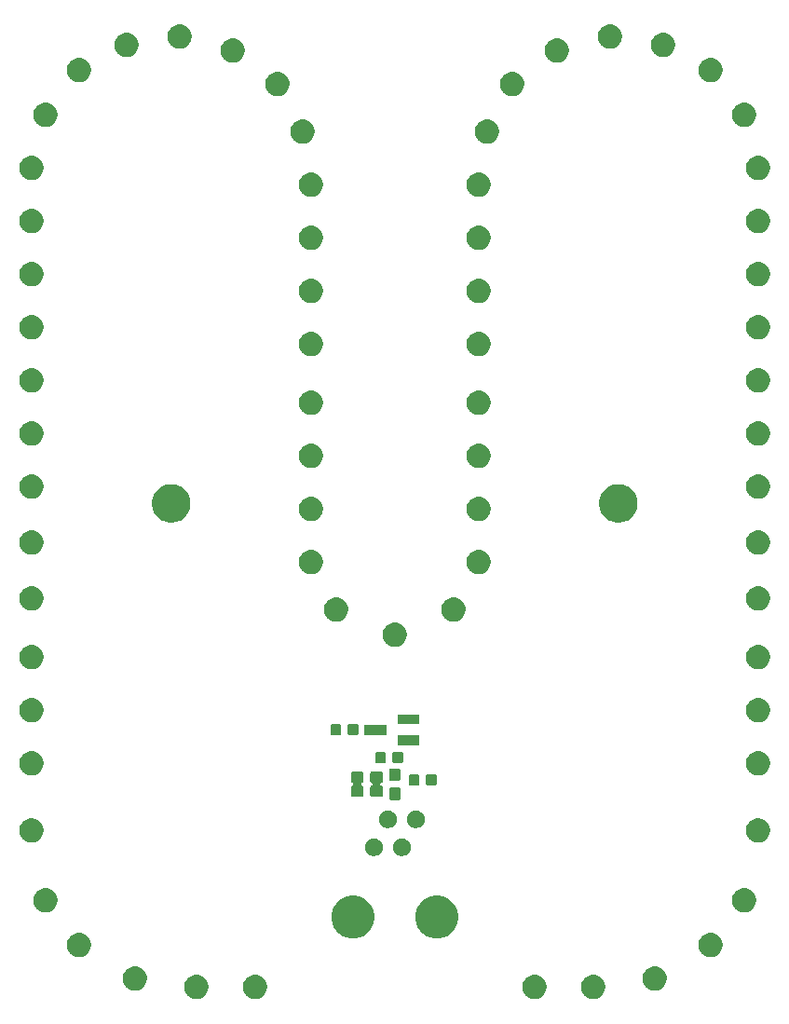
<source format=gbr>
G04 #@! TF.GenerationSoftware,KiCad,Pcbnew,(5.1.4)-1*
G04 #@! TF.CreationDate,2020-03-15T18:13:58-04:00*
G04 #@! TF.ProjectId,MoistureSensor,4d6f6973-7475-4726-9553-656e736f722e,rev?*
G04 #@! TF.SameCoordinates,Original*
G04 #@! TF.FileFunction,Soldermask,Top*
G04 #@! TF.FilePolarity,Negative*
%FSLAX46Y46*%
G04 Gerber Fmt 4.6, Leading zero omitted, Abs format (unit mm)*
G04 Created by KiCad (PCBNEW (5.1.4)-1) date 2020-03-15 18:13:58*
%MOMM*%
%LPD*%
G04 APERTURE LIST*
%ADD10C,0.100000*%
G04 APERTURE END LIST*
D10*
G36*
X139898177Y-146236850D02*
G01*
X140021150Y-146261311D01*
X140221520Y-146344307D01*
X140401844Y-146464795D01*
X140555205Y-146618156D01*
X140675693Y-146798480D01*
X140675693Y-146798481D01*
X140758689Y-146998850D01*
X140801000Y-147211561D01*
X140801000Y-147428439D01*
X140763555Y-147616689D01*
X140758689Y-147641149D01*
X140675693Y-147841520D01*
X140555205Y-148021844D01*
X140401844Y-148175205D01*
X140221520Y-148295693D01*
X140121334Y-148337191D01*
X140021150Y-148378689D01*
X139914795Y-148399844D01*
X139808440Y-148421000D01*
X139591560Y-148421000D01*
X139485205Y-148399844D01*
X139378850Y-148378689D01*
X139278666Y-148337191D01*
X139178480Y-148295693D01*
X138998156Y-148175205D01*
X138844795Y-148021844D01*
X138724307Y-147841520D01*
X138641311Y-147641149D01*
X138636446Y-147616689D01*
X138599000Y-147428439D01*
X138599000Y-147211561D01*
X138641311Y-146998850D01*
X138724307Y-146798481D01*
X138724307Y-146798480D01*
X138844795Y-146618156D01*
X138998156Y-146464795D01*
X139178480Y-146344307D01*
X139378850Y-146261311D01*
X139501823Y-146236850D01*
X139591560Y-146219000D01*
X139808440Y-146219000D01*
X139898177Y-146236850D01*
X139898177Y-146236850D01*
G37*
G36*
X165298177Y-146236850D02*
G01*
X165421150Y-146261311D01*
X165621520Y-146344307D01*
X165801844Y-146464795D01*
X165955205Y-146618156D01*
X166075693Y-146798480D01*
X166075693Y-146798481D01*
X166158689Y-146998850D01*
X166201000Y-147211561D01*
X166201000Y-147428439D01*
X166163555Y-147616689D01*
X166158689Y-147641149D01*
X166075693Y-147841520D01*
X165955205Y-148021844D01*
X165801844Y-148175205D01*
X165621520Y-148295693D01*
X165521334Y-148337191D01*
X165421150Y-148378689D01*
X165314795Y-148399844D01*
X165208440Y-148421000D01*
X164991560Y-148421000D01*
X164885205Y-148399844D01*
X164778850Y-148378689D01*
X164678666Y-148337191D01*
X164578480Y-148295693D01*
X164398156Y-148175205D01*
X164244795Y-148021844D01*
X164124307Y-147841520D01*
X164041311Y-147641149D01*
X164036446Y-147616689D01*
X163999000Y-147428439D01*
X163999000Y-147211561D01*
X164041311Y-146998850D01*
X164124307Y-146798481D01*
X164124307Y-146798480D01*
X164244795Y-146618156D01*
X164398156Y-146464795D01*
X164578480Y-146344307D01*
X164778850Y-146261311D01*
X164901823Y-146236850D01*
X164991560Y-146219000D01*
X165208440Y-146219000D01*
X165298177Y-146236850D01*
X165298177Y-146236850D01*
G37*
G36*
X170632177Y-146236850D02*
G01*
X170755150Y-146261311D01*
X170955520Y-146344307D01*
X171135844Y-146464795D01*
X171289205Y-146618156D01*
X171409693Y-146798480D01*
X171409693Y-146798481D01*
X171492689Y-146998850D01*
X171535000Y-147211561D01*
X171535000Y-147428439D01*
X171497555Y-147616689D01*
X171492689Y-147641149D01*
X171409693Y-147841520D01*
X171289205Y-148021844D01*
X171135844Y-148175205D01*
X170955520Y-148295693D01*
X170855334Y-148337191D01*
X170755150Y-148378689D01*
X170648795Y-148399844D01*
X170542440Y-148421000D01*
X170325560Y-148421000D01*
X170219205Y-148399844D01*
X170112850Y-148378689D01*
X170012666Y-148337191D01*
X169912480Y-148295693D01*
X169732156Y-148175205D01*
X169578795Y-148021844D01*
X169458307Y-147841520D01*
X169375311Y-147641149D01*
X169370446Y-147616689D01*
X169333000Y-147428439D01*
X169333000Y-147211561D01*
X169375311Y-146998850D01*
X169458307Y-146798481D01*
X169458307Y-146798480D01*
X169578795Y-146618156D01*
X169732156Y-146464795D01*
X169912480Y-146344307D01*
X170112850Y-146261311D01*
X170235823Y-146236850D01*
X170325560Y-146219000D01*
X170542440Y-146219000D01*
X170632177Y-146236850D01*
X170632177Y-146236850D01*
G37*
G36*
X134564177Y-146236850D02*
G01*
X134687150Y-146261311D01*
X134887520Y-146344307D01*
X135067844Y-146464795D01*
X135221205Y-146618156D01*
X135341693Y-146798480D01*
X135341693Y-146798481D01*
X135424689Y-146998850D01*
X135467000Y-147211561D01*
X135467000Y-147428439D01*
X135429555Y-147616689D01*
X135424689Y-147641149D01*
X135341693Y-147841520D01*
X135221205Y-148021844D01*
X135067844Y-148175205D01*
X134887520Y-148295693D01*
X134787334Y-148337191D01*
X134687150Y-148378689D01*
X134580795Y-148399844D01*
X134474440Y-148421000D01*
X134257560Y-148421000D01*
X134151205Y-148399844D01*
X134044850Y-148378689D01*
X133944666Y-148337191D01*
X133844480Y-148295693D01*
X133664156Y-148175205D01*
X133510795Y-148021844D01*
X133390307Y-147841520D01*
X133307311Y-147641149D01*
X133302446Y-147616689D01*
X133265000Y-147428439D01*
X133265000Y-147211561D01*
X133307311Y-146998850D01*
X133390307Y-146798481D01*
X133390307Y-146798480D01*
X133510795Y-146618156D01*
X133664156Y-146464795D01*
X133844480Y-146344307D01*
X134044850Y-146261311D01*
X134167823Y-146236850D01*
X134257560Y-146219000D01*
X134474440Y-146219000D01*
X134564177Y-146236850D01*
X134564177Y-146236850D01*
G37*
G36*
X128992795Y-145478156D02*
G01*
X129099150Y-145499311D01*
X129199334Y-145540809D01*
X129299520Y-145582307D01*
X129479844Y-145702795D01*
X129633205Y-145856156D01*
X129753693Y-146036480D01*
X129753693Y-146036481D01*
X129836689Y-146236850D01*
X129857844Y-146343205D01*
X129879000Y-146449560D01*
X129879000Y-146666440D01*
X129836689Y-146879149D01*
X129753693Y-147079520D01*
X129633205Y-147259844D01*
X129479844Y-147413205D01*
X129299520Y-147533693D01*
X129099150Y-147616689D01*
X128992794Y-147637845D01*
X128886440Y-147659000D01*
X128669560Y-147659000D01*
X128563206Y-147637845D01*
X128456850Y-147616689D01*
X128256480Y-147533693D01*
X128076156Y-147413205D01*
X127922795Y-147259844D01*
X127802307Y-147079520D01*
X127719311Y-146879149D01*
X127677000Y-146666440D01*
X127677000Y-146449560D01*
X127698156Y-146343205D01*
X127719311Y-146236850D01*
X127802307Y-146036481D01*
X127802307Y-146036480D01*
X127922795Y-145856156D01*
X128076156Y-145702795D01*
X128256480Y-145582307D01*
X128356666Y-145540809D01*
X128456850Y-145499311D01*
X128563205Y-145478156D01*
X128669560Y-145457000D01*
X128886440Y-145457000D01*
X128992795Y-145478156D01*
X128992795Y-145478156D01*
G37*
G36*
X176236795Y-145478156D02*
G01*
X176343150Y-145499311D01*
X176443334Y-145540809D01*
X176543520Y-145582307D01*
X176723844Y-145702795D01*
X176877205Y-145856156D01*
X176997693Y-146036480D01*
X176997693Y-146036481D01*
X177080689Y-146236850D01*
X177101844Y-146343205D01*
X177123000Y-146449560D01*
X177123000Y-146666440D01*
X177080689Y-146879149D01*
X176997693Y-147079520D01*
X176877205Y-147259844D01*
X176723844Y-147413205D01*
X176543520Y-147533693D01*
X176343150Y-147616689D01*
X176236794Y-147637845D01*
X176130440Y-147659000D01*
X175913560Y-147659000D01*
X175807206Y-147637845D01*
X175700850Y-147616689D01*
X175500480Y-147533693D01*
X175320156Y-147413205D01*
X175166795Y-147259844D01*
X175046307Y-147079520D01*
X174963311Y-146879149D01*
X174921000Y-146666440D01*
X174921000Y-146449560D01*
X174942156Y-146343205D01*
X174963311Y-146236850D01*
X175046307Y-146036481D01*
X175046307Y-146036480D01*
X175166795Y-145856156D01*
X175320156Y-145702795D01*
X175500480Y-145582307D01*
X175600666Y-145540809D01*
X175700850Y-145499311D01*
X175807205Y-145478156D01*
X175913560Y-145457000D01*
X176130440Y-145457000D01*
X176236795Y-145478156D01*
X176236795Y-145478156D01*
G37*
G36*
X181316794Y-142430155D02*
G01*
X181423150Y-142451311D01*
X181623520Y-142534307D01*
X181803844Y-142654795D01*
X181957205Y-142808156D01*
X182077693Y-142988480D01*
X182160689Y-143188851D01*
X182203000Y-143401560D01*
X182203000Y-143618440D01*
X182160689Y-143831149D01*
X182077693Y-144031520D01*
X181957205Y-144211844D01*
X181803844Y-144365205D01*
X181623520Y-144485693D01*
X181523334Y-144527191D01*
X181423150Y-144568689D01*
X181316795Y-144589844D01*
X181210440Y-144611000D01*
X180993560Y-144611000D01*
X180887205Y-144589844D01*
X180780850Y-144568689D01*
X180680666Y-144527191D01*
X180580480Y-144485693D01*
X180400156Y-144365205D01*
X180246795Y-144211844D01*
X180126307Y-144031520D01*
X180043311Y-143831149D01*
X180001000Y-143618440D01*
X180001000Y-143401560D01*
X180043311Y-143188851D01*
X180126307Y-142988480D01*
X180246795Y-142808156D01*
X180400156Y-142654795D01*
X180580480Y-142534307D01*
X180780850Y-142451311D01*
X180887206Y-142430155D01*
X180993560Y-142409000D01*
X181210440Y-142409000D01*
X181316794Y-142430155D01*
X181316794Y-142430155D01*
G37*
G36*
X123912794Y-142430155D02*
G01*
X124019150Y-142451311D01*
X124219520Y-142534307D01*
X124399844Y-142654795D01*
X124553205Y-142808156D01*
X124673693Y-142988480D01*
X124756689Y-143188851D01*
X124799000Y-143401560D01*
X124799000Y-143618440D01*
X124756689Y-143831149D01*
X124673693Y-144031520D01*
X124553205Y-144211844D01*
X124399844Y-144365205D01*
X124219520Y-144485693D01*
X124119334Y-144527191D01*
X124019150Y-144568689D01*
X123912795Y-144589844D01*
X123806440Y-144611000D01*
X123589560Y-144611000D01*
X123483205Y-144589844D01*
X123376850Y-144568689D01*
X123276666Y-144527191D01*
X123176480Y-144485693D01*
X122996156Y-144365205D01*
X122842795Y-144211844D01*
X122722307Y-144031520D01*
X122639311Y-143831149D01*
X122597000Y-143618440D01*
X122597000Y-143401560D01*
X122639311Y-143188851D01*
X122722307Y-142988480D01*
X122842795Y-142808156D01*
X122996156Y-142654795D01*
X123176480Y-142534307D01*
X123376850Y-142451311D01*
X123483206Y-142430155D01*
X123589560Y-142409000D01*
X123806440Y-142409000D01*
X123912794Y-142430155D01*
X123912794Y-142430155D01*
G37*
G36*
X149159085Y-139093975D02*
G01*
X149514143Y-139241045D01*
X149514145Y-139241046D01*
X149833690Y-139454559D01*
X150105441Y-139726310D01*
X150266612Y-139967520D01*
X150318955Y-140045857D01*
X150466025Y-140400915D01*
X150541000Y-140777842D01*
X150541000Y-141162158D01*
X150466025Y-141539085D01*
X150318955Y-141894143D01*
X150318954Y-141894145D01*
X150105441Y-142213690D01*
X149833690Y-142485441D01*
X149514145Y-142698954D01*
X149514144Y-142698955D01*
X149514143Y-142698955D01*
X149159085Y-142846025D01*
X148782158Y-142921000D01*
X148397842Y-142921000D01*
X148020915Y-142846025D01*
X147665857Y-142698955D01*
X147665856Y-142698955D01*
X147665855Y-142698954D01*
X147346310Y-142485441D01*
X147074559Y-142213690D01*
X146861046Y-141894145D01*
X146861045Y-141894143D01*
X146713975Y-141539085D01*
X146639000Y-141162158D01*
X146639000Y-140777842D01*
X146713975Y-140400915D01*
X146861045Y-140045857D01*
X146913388Y-139967520D01*
X147074559Y-139726310D01*
X147346310Y-139454559D01*
X147665855Y-139241046D01*
X147665857Y-139241045D01*
X148020915Y-139093975D01*
X148397842Y-139019000D01*
X148782158Y-139019000D01*
X149159085Y-139093975D01*
X149159085Y-139093975D01*
G37*
G36*
X156779085Y-139093975D02*
G01*
X157134143Y-139241045D01*
X157134145Y-139241046D01*
X157453690Y-139454559D01*
X157725441Y-139726310D01*
X157886612Y-139967520D01*
X157938955Y-140045857D01*
X158086025Y-140400915D01*
X158161000Y-140777842D01*
X158161000Y-141162158D01*
X158086025Y-141539085D01*
X157938955Y-141894143D01*
X157938954Y-141894145D01*
X157725441Y-142213690D01*
X157453690Y-142485441D01*
X157134145Y-142698954D01*
X157134144Y-142698955D01*
X157134143Y-142698955D01*
X156779085Y-142846025D01*
X156402158Y-142921000D01*
X156017842Y-142921000D01*
X155640915Y-142846025D01*
X155285857Y-142698955D01*
X155285856Y-142698955D01*
X155285855Y-142698954D01*
X154966310Y-142485441D01*
X154694559Y-142213690D01*
X154481046Y-141894145D01*
X154481045Y-141894143D01*
X154333975Y-141539085D01*
X154259000Y-141162158D01*
X154259000Y-140777842D01*
X154333975Y-140400915D01*
X154481045Y-140045857D01*
X154533388Y-139967520D01*
X154694559Y-139726310D01*
X154966310Y-139454559D01*
X155285855Y-139241046D01*
X155285857Y-139241045D01*
X155640915Y-139093975D01*
X156017842Y-139019000D01*
X156402158Y-139019000D01*
X156779085Y-139093975D01*
X156779085Y-139093975D01*
G37*
G36*
X184364795Y-138366156D02*
G01*
X184471150Y-138387311D01*
X184571334Y-138428809D01*
X184671520Y-138470307D01*
X184851844Y-138590795D01*
X185005205Y-138744156D01*
X185125693Y-138924480D01*
X185125693Y-138924481D01*
X185208689Y-139124850D01*
X185251000Y-139337561D01*
X185251000Y-139554439D01*
X185216813Y-139726310D01*
X185208689Y-139767149D01*
X185125693Y-139967520D01*
X185005205Y-140147844D01*
X184851844Y-140301205D01*
X184671520Y-140421693D01*
X184471150Y-140504689D01*
X184364794Y-140525845D01*
X184258440Y-140547000D01*
X184041560Y-140547000D01*
X183935206Y-140525845D01*
X183828850Y-140504689D01*
X183628480Y-140421693D01*
X183448156Y-140301205D01*
X183294795Y-140147844D01*
X183174307Y-139967520D01*
X183091311Y-139767149D01*
X183083188Y-139726310D01*
X183049000Y-139554439D01*
X183049000Y-139337561D01*
X183091311Y-139124850D01*
X183174307Y-138924481D01*
X183174307Y-138924480D01*
X183294795Y-138744156D01*
X183448156Y-138590795D01*
X183628480Y-138470307D01*
X183728666Y-138428809D01*
X183828850Y-138387311D01*
X183935205Y-138366156D01*
X184041560Y-138345000D01*
X184258440Y-138345000D01*
X184364795Y-138366156D01*
X184364795Y-138366156D01*
G37*
G36*
X120864794Y-138366154D02*
G01*
X120971150Y-138387310D01*
X121171520Y-138470306D01*
X121351844Y-138590794D01*
X121505205Y-138744155D01*
X121625693Y-138924479D01*
X121664845Y-139019000D01*
X121708689Y-139124849D01*
X121751000Y-139337560D01*
X121751000Y-139554438D01*
X121708689Y-139767149D01*
X121625693Y-139967519D01*
X121505205Y-140147843D01*
X121351844Y-140301204D01*
X121171520Y-140421692D01*
X120971150Y-140504688D01*
X120864794Y-140525844D01*
X120758440Y-140546999D01*
X120541560Y-140546999D01*
X120435206Y-140525844D01*
X120328850Y-140504688D01*
X120128480Y-140421692D01*
X119948156Y-140301204D01*
X119794795Y-140147843D01*
X119674307Y-139967519D01*
X119591311Y-139767149D01*
X119549000Y-139554438D01*
X119549000Y-139337560D01*
X119591311Y-139124849D01*
X119635155Y-139019000D01*
X119674307Y-138924479D01*
X119794795Y-138744155D01*
X119948156Y-138590794D01*
X120128480Y-138470306D01*
X120328850Y-138387310D01*
X120435206Y-138366154D01*
X120541560Y-138344999D01*
X120758440Y-138344999D01*
X120864794Y-138366154D01*
X120864794Y-138366154D01*
G37*
G36*
X153272142Y-133838242D02*
G01*
X153420101Y-133899529D01*
X153553255Y-133988499D01*
X153666501Y-134101745D01*
X153755471Y-134234899D01*
X153816758Y-134382858D01*
X153848000Y-134539925D01*
X153848000Y-134700075D01*
X153816758Y-134857142D01*
X153755471Y-135005101D01*
X153666501Y-135138255D01*
X153553255Y-135251501D01*
X153420101Y-135340471D01*
X153272142Y-135401758D01*
X153115075Y-135433000D01*
X152954925Y-135433000D01*
X152797858Y-135401758D01*
X152649899Y-135340471D01*
X152516745Y-135251501D01*
X152403499Y-135138255D01*
X152314529Y-135005101D01*
X152253242Y-134857142D01*
X152222000Y-134700075D01*
X152222000Y-134539925D01*
X152253242Y-134382858D01*
X152314529Y-134234899D01*
X152403499Y-134101745D01*
X152516745Y-133988499D01*
X152649899Y-133899529D01*
X152797858Y-133838242D01*
X152954925Y-133807000D01*
X153115075Y-133807000D01*
X153272142Y-133838242D01*
X153272142Y-133838242D01*
G37*
G36*
X150732142Y-133838242D02*
G01*
X150880101Y-133899529D01*
X151013255Y-133988499D01*
X151126501Y-134101745D01*
X151215471Y-134234899D01*
X151276758Y-134382858D01*
X151308000Y-134539925D01*
X151308000Y-134700075D01*
X151276758Y-134857142D01*
X151215471Y-135005101D01*
X151126501Y-135138255D01*
X151013255Y-135251501D01*
X150880101Y-135340471D01*
X150732142Y-135401758D01*
X150575075Y-135433000D01*
X150414925Y-135433000D01*
X150257858Y-135401758D01*
X150109899Y-135340471D01*
X149976745Y-135251501D01*
X149863499Y-135138255D01*
X149774529Y-135005101D01*
X149713242Y-134857142D01*
X149682000Y-134700075D01*
X149682000Y-134539925D01*
X149713242Y-134382858D01*
X149774529Y-134234899D01*
X149863499Y-134101745D01*
X149976745Y-133988499D01*
X150109899Y-133899529D01*
X150257858Y-133838242D01*
X150414925Y-133807000D01*
X150575075Y-133807000D01*
X150732142Y-133838242D01*
X150732142Y-133838242D01*
G37*
G36*
X185553199Y-131999925D02*
G01*
X185741150Y-132037311D01*
X185841334Y-132078809D01*
X185941520Y-132120307D01*
X186121844Y-132240795D01*
X186275205Y-132394156D01*
X186395693Y-132574480D01*
X186478689Y-132774851D01*
X186521000Y-132987560D01*
X186521000Y-133204440D01*
X186478689Y-133417149D01*
X186395693Y-133617520D01*
X186275205Y-133797844D01*
X186121844Y-133951205D01*
X185941520Y-134071693D01*
X185741150Y-134154689D01*
X185634794Y-134175845D01*
X185528440Y-134197000D01*
X185311560Y-134197000D01*
X185205206Y-134175845D01*
X185098850Y-134154689D01*
X184898480Y-134071693D01*
X184718156Y-133951205D01*
X184564795Y-133797844D01*
X184444307Y-133617520D01*
X184361311Y-133417149D01*
X184319000Y-133204440D01*
X184319000Y-132987560D01*
X184361311Y-132774851D01*
X184444307Y-132574480D01*
X184564795Y-132394156D01*
X184718156Y-132240795D01*
X184898480Y-132120307D01*
X184998666Y-132078809D01*
X185098850Y-132037311D01*
X185286801Y-131999925D01*
X185311560Y-131995000D01*
X185528440Y-131995000D01*
X185553199Y-131999925D01*
X185553199Y-131999925D01*
G37*
G36*
X119513199Y-131999925D02*
G01*
X119701150Y-132037311D01*
X119801334Y-132078809D01*
X119901520Y-132120307D01*
X120081844Y-132240795D01*
X120235205Y-132394156D01*
X120355693Y-132574480D01*
X120438689Y-132774851D01*
X120481000Y-132987560D01*
X120481000Y-133204440D01*
X120438689Y-133417149D01*
X120355693Y-133617520D01*
X120235205Y-133797844D01*
X120081844Y-133951205D01*
X119901520Y-134071693D01*
X119701150Y-134154689D01*
X119594794Y-134175845D01*
X119488440Y-134197000D01*
X119271560Y-134197000D01*
X119165206Y-134175845D01*
X119058850Y-134154689D01*
X118858480Y-134071693D01*
X118678156Y-133951205D01*
X118524795Y-133797844D01*
X118404307Y-133617520D01*
X118321311Y-133417149D01*
X118279000Y-133204440D01*
X118279000Y-132987560D01*
X118321311Y-132774851D01*
X118404307Y-132574480D01*
X118524795Y-132394156D01*
X118678156Y-132240795D01*
X118858480Y-132120307D01*
X118958666Y-132078809D01*
X119058850Y-132037311D01*
X119246801Y-131999925D01*
X119271560Y-131995000D01*
X119488440Y-131995000D01*
X119513199Y-131999925D01*
X119513199Y-131999925D01*
G37*
G36*
X152002142Y-131298242D02*
G01*
X152150101Y-131359529D01*
X152283255Y-131448499D01*
X152396501Y-131561745D01*
X152485471Y-131694899D01*
X152546758Y-131842858D01*
X152578000Y-131999925D01*
X152578000Y-132160075D01*
X152546758Y-132317142D01*
X152485471Y-132465101D01*
X152396501Y-132598255D01*
X152283255Y-132711501D01*
X152150101Y-132800471D01*
X152002142Y-132861758D01*
X151845075Y-132893000D01*
X151684925Y-132893000D01*
X151527858Y-132861758D01*
X151379899Y-132800471D01*
X151246745Y-132711501D01*
X151133499Y-132598255D01*
X151044529Y-132465101D01*
X150983242Y-132317142D01*
X150952000Y-132160075D01*
X150952000Y-131999925D01*
X150983242Y-131842858D01*
X151044529Y-131694899D01*
X151133499Y-131561745D01*
X151246745Y-131448499D01*
X151379899Y-131359529D01*
X151527858Y-131298242D01*
X151684925Y-131267000D01*
X151845075Y-131267000D01*
X152002142Y-131298242D01*
X152002142Y-131298242D01*
G37*
G36*
X154542142Y-131298242D02*
G01*
X154690101Y-131359529D01*
X154823255Y-131448499D01*
X154936501Y-131561745D01*
X155025471Y-131694899D01*
X155086758Y-131842858D01*
X155118000Y-131999925D01*
X155118000Y-132160075D01*
X155086758Y-132317142D01*
X155025471Y-132465101D01*
X154936501Y-132598255D01*
X154823255Y-132711501D01*
X154690101Y-132800471D01*
X154542142Y-132861758D01*
X154385075Y-132893000D01*
X154224925Y-132893000D01*
X154067858Y-132861758D01*
X153919899Y-132800471D01*
X153786745Y-132711501D01*
X153673499Y-132598255D01*
X153584529Y-132465101D01*
X153523242Y-132317142D01*
X153492000Y-132160075D01*
X153492000Y-131999925D01*
X153523242Y-131842858D01*
X153584529Y-131694899D01*
X153673499Y-131561745D01*
X153786745Y-131448499D01*
X153919899Y-131359529D01*
X154067858Y-131298242D01*
X154224925Y-131267000D01*
X154385075Y-131267000D01*
X154542142Y-131298242D01*
X154542142Y-131298242D01*
G37*
G36*
X152764499Y-129208445D02*
G01*
X152801995Y-129219820D01*
X152836554Y-129238292D01*
X152866847Y-129263153D01*
X152891708Y-129293446D01*
X152910180Y-129328005D01*
X152921555Y-129365501D01*
X152926000Y-129410638D01*
X152926000Y-130149362D01*
X152921555Y-130194499D01*
X152910180Y-130231995D01*
X152891708Y-130266554D01*
X152866847Y-130296847D01*
X152836554Y-130321708D01*
X152801995Y-130340180D01*
X152764499Y-130351555D01*
X152719362Y-130356000D01*
X152080638Y-130356000D01*
X152035501Y-130351555D01*
X151998005Y-130340180D01*
X151963446Y-130321708D01*
X151933153Y-130296847D01*
X151908292Y-130266554D01*
X151889820Y-130231995D01*
X151878445Y-130194499D01*
X151874000Y-130149362D01*
X151874000Y-129410638D01*
X151878445Y-129365501D01*
X151889820Y-129328005D01*
X151908292Y-129293446D01*
X151933153Y-129263153D01*
X151963446Y-129238292D01*
X151998005Y-129219820D01*
X152035501Y-129208445D01*
X152080638Y-129204000D01*
X152719362Y-129204000D01*
X152764499Y-129208445D01*
X152764499Y-129208445D01*
G37*
G36*
X149399499Y-127748445D02*
G01*
X149436995Y-127759820D01*
X149471554Y-127778292D01*
X149501847Y-127803153D01*
X149526708Y-127833446D01*
X149545180Y-127868005D01*
X149556555Y-127905501D01*
X149561000Y-127950638D01*
X149561000Y-128589362D01*
X149556555Y-128634499D01*
X149545180Y-128671995D01*
X149526708Y-128706554D01*
X149501847Y-128736847D01*
X149471554Y-128761708D01*
X149436999Y-128780178D01*
X149419840Y-128785383D01*
X149397202Y-128794761D01*
X149376827Y-128808375D01*
X149359500Y-128825702D01*
X149345887Y-128846076D01*
X149336509Y-128868715D01*
X149331729Y-128892748D01*
X149331729Y-128917252D01*
X149336509Y-128941286D01*
X149345887Y-128963924D01*
X149359501Y-128984299D01*
X149376828Y-129001626D01*
X149397202Y-129015239D01*
X149419840Y-129024617D01*
X149436999Y-129029822D01*
X149471554Y-129048292D01*
X149501847Y-129073153D01*
X149526708Y-129103446D01*
X149545180Y-129138005D01*
X149556555Y-129175501D01*
X149561000Y-129220638D01*
X149561000Y-129859362D01*
X149556555Y-129904499D01*
X149545180Y-129941995D01*
X149526708Y-129976554D01*
X149501847Y-130006847D01*
X149471554Y-130031708D01*
X149436995Y-130050180D01*
X149399499Y-130061555D01*
X149354362Y-130066000D01*
X148615638Y-130066000D01*
X148570501Y-130061555D01*
X148533005Y-130050180D01*
X148498446Y-130031708D01*
X148468153Y-130006847D01*
X148443292Y-129976554D01*
X148424820Y-129941995D01*
X148413445Y-129904499D01*
X148409000Y-129859362D01*
X148409000Y-129220638D01*
X148413445Y-129175501D01*
X148424820Y-129138005D01*
X148443292Y-129103446D01*
X148468153Y-129073153D01*
X148498446Y-129048292D01*
X148533001Y-129029822D01*
X148550160Y-129024617D01*
X148572798Y-129015239D01*
X148593173Y-129001625D01*
X148610500Y-128984298D01*
X148624113Y-128963924D01*
X148633491Y-128941285D01*
X148638271Y-128917252D01*
X148638271Y-128892748D01*
X148633491Y-128868714D01*
X148624113Y-128846076D01*
X148610499Y-128825701D01*
X148593172Y-128808374D01*
X148572798Y-128794761D01*
X148550160Y-128785383D01*
X148533001Y-128780178D01*
X148498446Y-128761708D01*
X148468153Y-128736847D01*
X148443292Y-128706554D01*
X148424820Y-128671995D01*
X148413445Y-128634499D01*
X148409000Y-128589362D01*
X148409000Y-127950638D01*
X148413445Y-127905501D01*
X148424820Y-127868005D01*
X148443292Y-127833446D01*
X148468153Y-127803153D01*
X148498446Y-127778292D01*
X148533005Y-127759820D01*
X148570501Y-127748445D01*
X148615638Y-127744000D01*
X149354362Y-127744000D01*
X149399499Y-127748445D01*
X149399499Y-127748445D01*
G37*
G36*
X151149499Y-127748445D02*
G01*
X151186995Y-127759820D01*
X151221554Y-127778292D01*
X151251847Y-127803153D01*
X151276708Y-127833446D01*
X151295180Y-127868005D01*
X151306555Y-127905501D01*
X151311000Y-127950638D01*
X151311000Y-128589362D01*
X151306555Y-128634499D01*
X151295180Y-128671995D01*
X151276708Y-128706554D01*
X151251847Y-128736847D01*
X151221554Y-128761708D01*
X151186999Y-128780178D01*
X151169840Y-128785383D01*
X151147202Y-128794761D01*
X151126827Y-128808375D01*
X151109500Y-128825702D01*
X151095887Y-128846076D01*
X151086509Y-128868715D01*
X151081729Y-128892748D01*
X151081729Y-128917252D01*
X151086509Y-128941286D01*
X151095887Y-128963924D01*
X151109501Y-128984299D01*
X151126828Y-129001626D01*
X151147202Y-129015239D01*
X151169840Y-129024617D01*
X151186999Y-129029822D01*
X151221554Y-129048292D01*
X151251847Y-129073153D01*
X151276708Y-129103446D01*
X151295180Y-129138005D01*
X151306555Y-129175501D01*
X151311000Y-129220638D01*
X151311000Y-129859362D01*
X151306555Y-129904499D01*
X151295180Y-129941995D01*
X151276708Y-129976554D01*
X151251847Y-130006847D01*
X151221554Y-130031708D01*
X151186995Y-130050180D01*
X151149499Y-130061555D01*
X151104362Y-130066000D01*
X150365638Y-130066000D01*
X150320501Y-130061555D01*
X150283005Y-130050180D01*
X150248446Y-130031708D01*
X150218153Y-130006847D01*
X150193292Y-129976554D01*
X150174820Y-129941995D01*
X150163445Y-129904499D01*
X150159000Y-129859362D01*
X150159000Y-129220638D01*
X150163445Y-129175501D01*
X150174820Y-129138005D01*
X150193292Y-129103446D01*
X150218153Y-129073153D01*
X150248446Y-129048292D01*
X150283001Y-129029822D01*
X150300160Y-129024617D01*
X150322798Y-129015239D01*
X150343173Y-129001625D01*
X150360500Y-128984298D01*
X150374113Y-128963924D01*
X150383491Y-128941285D01*
X150388271Y-128917252D01*
X150388271Y-128892748D01*
X150383491Y-128868714D01*
X150374113Y-128846076D01*
X150360499Y-128825701D01*
X150343172Y-128808374D01*
X150322798Y-128794761D01*
X150300160Y-128785383D01*
X150283001Y-128780178D01*
X150248446Y-128761708D01*
X150218153Y-128736847D01*
X150193292Y-128706554D01*
X150174820Y-128671995D01*
X150163445Y-128634499D01*
X150159000Y-128589362D01*
X150159000Y-127950638D01*
X150163445Y-127905501D01*
X150174820Y-127868005D01*
X150193292Y-127833446D01*
X150218153Y-127803153D01*
X150248446Y-127778292D01*
X150283005Y-127759820D01*
X150320501Y-127748445D01*
X150365638Y-127744000D01*
X151104362Y-127744000D01*
X151149499Y-127748445D01*
X151149499Y-127748445D01*
G37*
G36*
X154494591Y-128002085D02*
G01*
X154528569Y-128012393D01*
X154559890Y-128029134D01*
X154587339Y-128051661D01*
X154609866Y-128079110D01*
X154626607Y-128110431D01*
X154636915Y-128144409D01*
X154641000Y-128185890D01*
X154641000Y-128862110D01*
X154636915Y-128903591D01*
X154626607Y-128937569D01*
X154609866Y-128968890D01*
X154587339Y-128996339D01*
X154559890Y-129018866D01*
X154528569Y-129035607D01*
X154494591Y-129045915D01*
X154453110Y-129050000D01*
X153851890Y-129050000D01*
X153810409Y-129045915D01*
X153776431Y-129035607D01*
X153745110Y-129018866D01*
X153717661Y-128996339D01*
X153695134Y-128968890D01*
X153678393Y-128937569D01*
X153668085Y-128903591D01*
X153664000Y-128862110D01*
X153664000Y-128185890D01*
X153668085Y-128144409D01*
X153678393Y-128110431D01*
X153695134Y-128079110D01*
X153717661Y-128051661D01*
X153745110Y-128029134D01*
X153776431Y-128012393D01*
X153810409Y-128002085D01*
X153851890Y-127998000D01*
X154453110Y-127998000D01*
X154494591Y-128002085D01*
X154494591Y-128002085D01*
G37*
G36*
X156069591Y-128002085D02*
G01*
X156103569Y-128012393D01*
X156134890Y-128029134D01*
X156162339Y-128051661D01*
X156184866Y-128079110D01*
X156201607Y-128110431D01*
X156211915Y-128144409D01*
X156216000Y-128185890D01*
X156216000Y-128862110D01*
X156211915Y-128903591D01*
X156201607Y-128937569D01*
X156184866Y-128968890D01*
X156162339Y-128996339D01*
X156134890Y-129018866D01*
X156103569Y-129035607D01*
X156069591Y-129045915D01*
X156028110Y-129050000D01*
X155426890Y-129050000D01*
X155385409Y-129045915D01*
X155351431Y-129035607D01*
X155320110Y-129018866D01*
X155292661Y-128996339D01*
X155270134Y-128968890D01*
X155253393Y-128937569D01*
X155243085Y-128903591D01*
X155239000Y-128862110D01*
X155239000Y-128185890D01*
X155243085Y-128144409D01*
X155253393Y-128110431D01*
X155270134Y-128079110D01*
X155292661Y-128051661D01*
X155320110Y-128029134D01*
X155351431Y-128012393D01*
X155385409Y-128002085D01*
X155426890Y-127998000D01*
X156028110Y-127998000D01*
X156069591Y-128002085D01*
X156069591Y-128002085D01*
G37*
G36*
X152764499Y-127458445D02*
G01*
X152801995Y-127469820D01*
X152836554Y-127488292D01*
X152866847Y-127513153D01*
X152891708Y-127543446D01*
X152910180Y-127578005D01*
X152921555Y-127615501D01*
X152926000Y-127660638D01*
X152926000Y-128399362D01*
X152921555Y-128444499D01*
X152910180Y-128481995D01*
X152891708Y-128516554D01*
X152866847Y-128546847D01*
X152836554Y-128571708D01*
X152801995Y-128590180D01*
X152764499Y-128601555D01*
X152719362Y-128606000D01*
X152080638Y-128606000D01*
X152035501Y-128601555D01*
X151998005Y-128590180D01*
X151963446Y-128571708D01*
X151933153Y-128546847D01*
X151908292Y-128516554D01*
X151889820Y-128481995D01*
X151878445Y-128444499D01*
X151874000Y-128399362D01*
X151874000Y-127660638D01*
X151878445Y-127615501D01*
X151889820Y-127578005D01*
X151908292Y-127543446D01*
X151933153Y-127513153D01*
X151963446Y-127488292D01*
X151998005Y-127469820D01*
X152035501Y-127458445D01*
X152080638Y-127454000D01*
X152719362Y-127454000D01*
X152764499Y-127458445D01*
X152764499Y-127458445D01*
G37*
G36*
X119594794Y-125920155D02*
G01*
X119701150Y-125941311D01*
X119760754Y-125966000D01*
X119901520Y-126024307D01*
X120081844Y-126144795D01*
X120235205Y-126298156D01*
X120355693Y-126478480D01*
X120438689Y-126678851D01*
X120481000Y-126891560D01*
X120481000Y-127108440D01*
X120438689Y-127321149D01*
X120355693Y-127521520D01*
X120235205Y-127701844D01*
X120081844Y-127855205D01*
X119901520Y-127975693D01*
X119836336Y-128002693D01*
X119701150Y-128058689D01*
X119598487Y-128079110D01*
X119488440Y-128101000D01*
X119271560Y-128101000D01*
X119161513Y-128079110D01*
X119058850Y-128058689D01*
X118923664Y-128002693D01*
X118858480Y-127975693D01*
X118678156Y-127855205D01*
X118524795Y-127701844D01*
X118404307Y-127521520D01*
X118321311Y-127321149D01*
X118279000Y-127108440D01*
X118279000Y-126891560D01*
X118321311Y-126678851D01*
X118404307Y-126478480D01*
X118524795Y-126298156D01*
X118678156Y-126144795D01*
X118858480Y-126024307D01*
X118999246Y-125966000D01*
X119058850Y-125941311D01*
X119165206Y-125920155D01*
X119271560Y-125899000D01*
X119488440Y-125899000D01*
X119594794Y-125920155D01*
X119594794Y-125920155D01*
G37*
G36*
X185634794Y-125920155D02*
G01*
X185741150Y-125941311D01*
X185800754Y-125966000D01*
X185941520Y-126024307D01*
X186121844Y-126144795D01*
X186275205Y-126298156D01*
X186395693Y-126478480D01*
X186478689Y-126678851D01*
X186521000Y-126891560D01*
X186521000Y-127108440D01*
X186478689Y-127321149D01*
X186395693Y-127521520D01*
X186275205Y-127701844D01*
X186121844Y-127855205D01*
X185941520Y-127975693D01*
X185876336Y-128002693D01*
X185741150Y-128058689D01*
X185638487Y-128079110D01*
X185528440Y-128101000D01*
X185311560Y-128101000D01*
X185201513Y-128079110D01*
X185098850Y-128058689D01*
X184963664Y-128002693D01*
X184898480Y-127975693D01*
X184718156Y-127855205D01*
X184564795Y-127701844D01*
X184444307Y-127521520D01*
X184361311Y-127321149D01*
X184319000Y-127108440D01*
X184319000Y-126891560D01*
X184361311Y-126678851D01*
X184444307Y-126478480D01*
X184564795Y-126298156D01*
X184718156Y-126144795D01*
X184898480Y-126024307D01*
X185039246Y-125966000D01*
X185098850Y-125941311D01*
X185205206Y-125920155D01*
X185311560Y-125899000D01*
X185528440Y-125899000D01*
X185634794Y-125920155D01*
X185634794Y-125920155D01*
G37*
G36*
X153021591Y-125970085D02*
G01*
X153055569Y-125980393D01*
X153086890Y-125997134D01*
X153114339Y-126019661D01*
X153136866Y-126047110D01*
X153153607Y-126078431D01*
X153163915Y-126112409D01*
X153168000Y-126153890D01*
X153168000Y-126830110D01*
X153163915Y-126871591D01*
X153153607Y-126905569D01*
X153136866Y-126936890D01*
X153114339Y-126964339D01*
X153086890Y-126986866D01*
X153055569Y-127003607D01*
X153021591Y-127013915D01*
X152980110Y-127018000D01*
X152378890Y-127018000D01*
X152337409Y-127013915D01*
X152303431Y-127003607D01*
X152272110Y-126986866D01*
X152244661Y-126964339D01*
X152222134Y-126936890D01*
X152205393Y-126905569D01*
X152195085Y-126871591D01*
X152191000Y-126830110D01*
X152191000Y-126153890D01*
X152195085Y-126112409D01*
X152205393Y-126078431D01*
X152222134Y-126047110D01*
X152244661Y-126019661D01*
X152272110Y-125997134D01*
X152303431Y-125980393D01*
X152337409Y-125970085D01*
X152378890Y-125966000D01*
X152980110Y-125966000D01*
X153021591Y-125970085D01*
X153021591Y-125970085D01*
G37*
G36*
X151446591Y-125970085D02*
G01*
X151480569Y-125980393D01*
X151511890Y-125997134D01*
X151539339Y-126019661D01*
X151561866Y-126047110D01*
X151578607Y-126078431D01*
X151588915Y-126112409D01*
X151593000Y-126153890D01*
X151593000Y-126830110D01*
X151588915Y-126871591D01*
X151578607Y-126905569D01*
X151561866Y-126936890D01*
X151539339Y-126964339D01*
X151511890Y-126986866D01*
X151480569Y-127003607D01*
X151446591Y-127013915D01*
X151405110Y-127018000D01*
X150803890Y-127018000D01*
X150762409Y-127013915D01*
X150728431Y-127003607D01*
X150697110Y-126986866D01*
X150669661Y-126964339D01*
X150647134Y-126936890D01*
X150630393Y-126905569D01*
X150620085Y-126871591D01*
X150616000Y-126830110D01*
X150616000Y-126153890D01*
X150620085Y-126112409D01*
X150630393Y-126078431D01*
X150647134Y-126047110D01*
X150669661Y-126019661D01*
X150697110Y-125997134D01*
X150728431Y-125980393D01*
X150762409Y-125970085D01*
X150803890Y-125966000D01*
X151405110Y-125966000D01*
X151446591Y-125970085D01*
X151446591Y-125970085D01*
G37*
G36*
X154647000Y-125353000D02*
G01*
X152645000Y-125353000D01*
X152645000Y-124451000D01*
X154647000Y-124451000D01*
X154647000Y-125353000D01*
X154647000Y-125353000D01*
G37*
G36*
X148957591Y-123430085D02*
G01*
X148991569Y-123440393D01*
X149022890Y-123457134D01*
X149050339Y-123479661D01*
X149072866Y-123507110D01*
X149089607Y-123538431D01*
X149099915Y-123572409D01*
X149104000Y-123613890D01*
X149104000Y-124290110D01*
X149099915Y-124331591D01*
X149089607Y-124365569D01*
X149072866Y-124396890D01*
X149050339Y-124424339D01*
X149022890Y-124446866D01*
X148991569Y-124463607D01*
X148957591Y-124473915D01*
X148916110Y-124478000D01*
X148314890Y-124478000D01*
X148273409Y-124473915D01*
X148239431Y-124463607D01*
X148208110Y-124446866D01*
X148180661Y-124424339D01*
X148158134Y-124396890D01*
X148141393Y-124365569D01*
X148131085Y-124331591D01*
X148127000Y-124290110D01*
X148127000Y-123613890D01*
X148131085Y-123572409D01*
X148141393Y-123538431D01*
X148158134Y-123507110D01*
X148180661Y-123479661D01*
X148208110Y-123457134D01*
X148239431Y-123440393D01*
X148273409Y-123430085D01*
X148314890Y-123426000D01*
X148916110Y-123426000D01*
X148957591Y-123430085D01*
X148957591Y-123430085D01*
G37*
G36*
X147382591Y-123430085D02*
G01*
X147416569Y-123440393D01*
X147447890Y-123457134D01*
X147475339Y-123479661D01*
X147497866Y-123507110D01*
X147514607Y-123538431D01*
X147524915Y-123572409D01*
X147529000Y-123613890D01*
X147529000Y-124290110D01*
X147524915Y-124331591D01*
X147514607Y-124365569D01*
X147497866Y-124396890D01*
X147475339Y-124424339D01*
X147447890Y-124446866D01*
X147416569Y-124463607D01*
X147382591Y-124473915D01*
X147341110Y-124478000D01*
X146739890Y-124478000D01*
X146698409Y-124473915D01*
X146664431Y-124463607D01*
X146633110Y-124446866D01*
X146605661Y-124424339D01*
X146583134Y-124396890D01*
X146566393Y-124365569D01*
X146556085Y-124331591D01*
X146552000Y-124290110D01*
X146552000Y-123613890D01*
X146556085Y-123572409D01*
X146566393Y-123538431D01*
X146583134Y-123507110D01*
X146605661Y-123479661D01*
X146633110Y-123457134D01*
X146664431Y-123440393D01*
X146698409Y-123430085D01*
X146739890Y-123426000D01*
X147341110Y-123426000D01*
X147382591Y-123430085D01*
X147382591Y-123430085D01*
G37*
G36*
X151647000Y-124403000D02*
G01*
X149645000Y-124403000D01*
X149645000Y-123501000D01*
X151647000Y-123501000D01*
X151647000Y-124403000D01*
X151647000Y-124403000D01*
G37*
G36*
X154647000Y-123453000D02*
G01*
X152645000Y-123453000D01*
X152645000Y-122551000D01*
X154647000Y-122551000D01*
X154647000Y-123453000D01*
X154647000Y-123453000D01*
G37*
G36*
X119594794Y-121094156D02*
G01*
X119701149Y-121115311D01*
X119801333Y-121156809D01*
X119901519Y-121198307D01*
X120081843Y-121318795D01*
X120235204Y-121472156D01*
X120355692Y-121652480D01*
X120438688Y-121852851D01*
X120480999Y-122065560D01*
X120480999Y-122282440D01*
X120438688Y-122495149D01*
X120355692Y-122695520D01*
X120235204Y-122875844D01*
X120081843Y-123029205D01*
X119901519Y-123149693D01*
X119701149Y-123232689D01*
X119594793Y-123253845D01*
X119488439Y-123275000D01*
X119271559Y-123275000D01*
X119165205Y-123253845D01*
X119058849Y-123232689D01*
X118858479Y-123149693D01*
X118678155Y-123029205D01*
X118524794Y-122875844D01*
X118404306Y-122695520D01*
X118321310Y-122495149D01*
X118278999Y-122282440D01*
X118278999Y-122065560D01*
X118321310Y-121852851D01*
X118404306Y-121652480D01*
X118524794Y-121472156D01*
X118678155Y-121318795D01*
X118858479Y-121198307D01*
X118958665Y-121156809D01*
X119058849Y-121115311D01*
X119165204Y-121094156D01*
X119271559Y-121073000D01*
X119488439Y-121073000D01*
X119594794Y-121094156D01*
X119594794Y-121094156D01*
G37*
G36*
X185634795Y-121094156D02*
G01*
X185741150Y-121115311D01*
X185841334Y-121156809D01*
X185941520Y-121198307D01*
X186121844Y-121318795D01*
X186275205Y-121472156D01*
X186395693Y-121652480D01*
X186478689Y-121852851D01*
X186521000Y-122065560D01*
X186521000Y-122282440D01*
X186478689Y-122495149D01*
X186395693Y-122695520D01*
X186275205Y-122875844D01*
X186121844Y-123029205D01*
X185941520Y-123149693D01*
X185741150Y-123232689D01*
X185634794Y-123253845D01*
X185528440Y-123275000D01*
X185311560Y-123275000D01*
X185205206Y-123253845D01*
X185098850Y-123232689D01*
X184898480Y-123149693D01*
X184718156Y-123029205D01*
X184564795Y-122875844D01*
X184444307Y-122695520D01*
X184361311Y-122495149D01*
X184319000Y-122282440D01*
X184319000Y-122065560D01*
X184361311Y-121852851D01*
X184444307Y-121652480D01*
X184564795Y-121472156D01*
X184718156Y-121318795D01*
X184898480Y-121198307D01*
X184998666Y-121156809D01*
X185098850Y-121115311D01*
X185205205Y-121094156D01*
X185311560Y-121073000D01*
X185528440Y-121073000D01*
X185634795Y-121094156D01*
X185634795Y-121094156D01*
G37*
G36*
X185634794Y-116268155D02*
G01*
X185741150Y-116289311D01*
X185941520Y-116372307D01*
X186121844Y-116492795D01*
X186275205Y-116646156D01*
X186395693Y-116826480D01*
X186478689Y-117026851D01*
X186521000Y-117239560D01*
X186521000Y-117456440D01*
X186478689Y-117669149D01*
X186395693Y-117869520D01*
X186275205Y-118049844D01*
X186121844Y-118203205D01*
X185941520Y-118323693D01*
X185841334Y-118365191D01*
X185741150Y-118406689D01*
X185634795Y-118427844D01*
X185528440Y-118449000D01*
X185311560Y-118449000D01*
X185205205Y-118427844D01*
X185098850Y-118406689D01*
X184998666Y-118365191D01*
X184898480Y-118323693D01*
X184718156Y-118203205D01*
X184564795Y-118049844D01*
X184444307Y-117869520D01*
X184361311Y-117669149D01*
X184319000Y-117456440D01*
X184319000Y-117239560D01*
X184361311Y-117026851D01*
X184444307Y-116826480D01*
X184564795Y-116646156D01*
X184718156Y-116492795D01*
X184898480Y-116372307D01*
X185098850Y-116289311D01*
X185205206Y-116268155D01*
X185311560Y-116247000D01*
X185528440Y-116247000D01*
X185634794Y-116268155D01*
X185634794Y-116268155D01*
G37*
G36*
X119594794Y-116268155D02*
G01*
X119701150Y-116289311D01*
X119901520Y-116372307D01*
X120081844Y-116492795D01*
X120235205Y-116646156D01*
X120355693Y-116826480D01*
X120438689Y-117026851D01*
X120481000Y-117239560D01*
X120481000Y-117456440D01*
X120438689Y-117669149D01*
X120355693Y-117869520D01*
X120235205Y-118049844D01*
X120081844Y-118203205D01*
X119901520Y-118323693D01*
X119801334Y-118365191D01*
X119701150Y-118406689D01*
X119594795Y-118427844D01*
X119488440Y-118449000D01*
X119271560Y-118449000D01*
X119165205Y-118427844D01*
X119058850Y-118406689D01*
X118958666Y-118365191D01*
X118858480Y-118323693D01*
X118678156Y-118203205D01*
X118524795Y-118049844D01*
X118404307Y-117869520D01*
X118321311Y-117669149D01*
X118279000Y-117456440D01*
X118279000Y-117239560D01*
X118321311Y-117026851D01*
X118404307Y-116826480D01*
X118524795Y-116646156D01*
X118678156Y-116492795D01*
X118858480Y-116372307D01*
X119058850Y-116289311D01*
X119165206Y-116268155D01*
X119271560Y-116247000D01*
X119488440Y-116247000D01*
X119594794Y-116268155D01*
X119594794Y-116268155D01*
G37*
G36*
X152614794Y-114236155D02*
G01*
X152721150Y-114257311D01*
X152821334Y-114298809D01*
X152921520Y-114340307D01*
X153101844Y-114460795D01*
X153255205Y-114614156D01*
X153375693Y-114794480D01*
X153458689Y-114994851D01*
X153501000Y-115207560D01*
X153501000Y-115424440D01*
X153458689Y-115637149D01*
X153375693Y-115837520D01*
X153255205Y-116017844D01*
X153101844Y-116171205D01*
X152921520Y-116291693D01*
X152721150Y-116374689D01*
X152614795Y-116395844D01*
X152508440Y-116417000D01*
X152291560Y-116417000D01*
X152185205Y-116395844D01*
X152078850Y-116374689D01*
X151878480Y-116291693D01*
X151698156Y-116171205D01*
X151544795Y-116017844D01*
X151424307Y-115837520D01*
X151341311Y-115637149D01*
X151299000Y-115424440D01*
X151299000Y-115207560D01*
X151341311Y-114994851D01*
X151424307Y-114794480D01*
X151544795Y-114614156D01*
X151698156Y-114460795D01*
X151878480Y-114340307D01*
X151978666Y-114298809D01*
X152078850Y-114257311D01*
X152185206Y-114236155D01*
X152291560Y-114215000D01*
X152508440Y-114215000D01*
X152614794Y-114236155D01*
X152614794Y-114236155D01*
G37*
G36*
X147280795Y-111950156D02*
G01*
X147387150Y-111971311D01*
X147487334Y-112012809D01*
X147587520Y-112054307D01*
X147767844Y-112174795D01*
X147921205Y-112328156D01*
X148041693Y-112508480D01*
X148041693Y-112508481D01*
X148124689Y-112708850D01*
X148145845Y-112815206D01*
X148167000Y-112921560D01*
X148167000Y-113138440D01*
X148124689Y-113351149D01*
X148041693Y-113551520D01*
X147921205Y-113731844D01*
X147767844Y-113885205D01*
X147587520Y-114005693D01*
X147387150Y-114088689D01*
X147280794Y-114109845D01*
X147174440Y-114131000D01*
X146957560Y-114131000D01*
X146851206Y-114109845D01*
X146744850Y-114088689D01*
X146544480Y-114005693D01*
X146364156Y-113885205D01*
X146210795Y-113731844D01*
X146090307Y-113551520D01*
X146007311Y-113351149D01*
X145965000Y-113138440D01*
X145965000Y-112921560D01*
X145986155Y-112815206D01*
X146007311Y-112708850D01*
X146090307Y-112508481D01*
X146090307Y-112508480D01*
X146210795Y-112328156D01*
X146364156Y-112174795D01*
X146544480Y-112054307D01*
X146644666Y-112012809D01*
X146744850Y-111971311D01*
X146851205Y-111950156D01*
X146957560Y-111929000D01*
X147174440Y-111929000D01*
X147280795Y-111950156D01*
X147280795Y-111950156D01*
G37*
G36*
X157948795Y-111950156D02*
G01*
X158055150Y-111971311D01*
X158155334Y-112012809D01*
X158255520Y-112054307D01*
X158435844Y-112174795D01*
X158589205Y-112328156D01*
X158709693Y-112508480D01*
X158709693Y-112508481D01*
X158792689Y-112708850D01*
X158813845Y-112815206D01*
X158835000Y-112921560D01*
X158835000Y-113138440D01*
X158792689Y-113351149D01*
X158709693Y-113551520D01*
X158589205Y-113731844D01*
X158435844Y-113885205D01*
X158255520Y-114005693D01*
X158055150Y-114088689D01*
X157948794Y-114109845D01*
X157842440Y-114131000D01*
X157625560Y-114131000D01*
X157519206Y-114109845D01*
X157412850Y-114088689D01*
X157212480Y-114005693D01*
X157032156Y-113885205D01*
X156878795Y-113731844D01*
X156758307Y-113551520D01*
X156675311Y-113351149D01*
X156633000Y-113138440D01*
X156633000Y-112921560D01*
X156654155Y-112815206D01*
X156675311Y-112708850D01*
X156758307Y-112508481D01*
X156758307Y-112508480D01*
X156878795Y-112328156D01*
X157032156Y-112174795D01*
X157212480Y-112054307D01*
X157312666Y-112012809D01*
X157412850Y-111971311D01*
X157519205Y-111950156D01*
X157625560Y-111929000D01*
X157842440Y-111929000D01*
X157948795Y-111950156D01*
X157948795Y-111950156D01*
G37*
G36*
X185634795Y-110934156D02*
G01*
X185741150Y-110955311D01*
X185841334Y-110996809D01*
X185941520Y-111038307D01*
X186121844Y-111158795D01*
X186275205Y-111312156D01*
X186395693Y-111492480D01*
X186395693Y-111492481D01*
X186478689Y-111692850D01*
X186521000Y-111905561D01*
X186521000Y-112122439D01*
X186480081Y-112328154D01*
X186478689Y-112335149D01*
X186395693Y-112535520D01*
X186275205Y-112715844D01*
X186121844Y-112869205D01*
X185941520Y-112989693D01*
X185741150Y-113072689D01*
X185634795Y-113093844D01*
X185528440Y-113115000D01*
X185311560Y-113115000D01*
X185205205Y-113093844D01*
X185098850Y-113072689D01*
X184898480Y-112989693D01*
X184718156Y-112869205D01*
X184564795Y-112715844D01*
X184444307Y-112535520D01*
X184361311Y-112335149D01*
X184359920Y-112328154D01*
X184319000Y-112122439D01*
X184319000Y-111905561D01*
X184361311Y-111692850D01*
X184444307Y-111492481D01*
X184444307Y-111492480D01*
X184564795Y-111312156D01*
X184718156Y-111158795D01*
X184898480Y-111038307D01*
X184998666Y-110996809D01*
X185098850Y-110955311D01*
X185205205Y-110934156D01*
X185311560Y-110913000D01*
X185528440Y-110913000D01*
X185634795Y-110934156D01*
X185634795Y-110934156D01*
G37*
G36*
X119594795Y-110934156D02*
G01*
X119701150Y-110955311D01*
X119801334Y-110996809D01*
X119901520Y-111038307D01*
X120081844Y-111158795D01*
X120235205Y-111312156D01*
X120355693Y-111492480D01*
X120355693Y-111492481D01*
X120438689Y-111692850D01*
X120481000Y-111905561D01*
X120481000Y-112122439D01*
X120440081Y-112328154D01*
X120438689Y-112335149D01*
X120355693Y-112535520D01*
X120235205Y-112715844D01*
X120081844Y-112869205D01*
X119901520Y-112989693D01*
X119701150Y-113072689D01*
X119594795Y-113093844D01*
X119488440Y-113115000D01*
X119271560Y-113115000D01*
X119165205Y-113093844D01*
X119058850Y-113072689D01*
X118858480Y-112989693D01*
X118678156Y-112869205D01*
X118524795Y-112715844D01*
X118404307Y-112535520D01*
X118321311Y-112335149D01*
X118319920Y-112328154D01*
X118279000Y-112122439D01*
X118279000Y-111905561D01*
X118321311Y-111692850D01*
X118404307Y-111492481D01*
X118404307Y-111492480D01*
X118524795Y-111312156D01*
X118678156Y-111158795D01*
X118858480Y-111038307D01*
X118958666Y-110996809D01*
X119058850Y-110955311D01*
X119165205Y-110934156D01*
X119271560Y-110913000D01*
X119488440Y-110913000D01*
X119594795Y-110934156D01*
X119594795Y-110934156D01*
G37*
G36*
X144994795Y-107632156D02*
G01*
X145101150Y-107653311D01*
X145301520Y-107736307D01*
X145481844Y-107856795D01*
X145635205Y-108010156D01*
X145755693Y-108190480D01*
X145838689Y-108390851D01*
X145881000Y-108603560D01*
X145881000Y-108820440D01*
X145838689Y-109033149D01*
X145755693Y-109233520D01*
X145635205Y-109413844D01*
X145481844Y-109567205D01*
X145301520Y-109687693D01*
X145101150Y-109770689D01*
X144994794Y-109791845D01*
X144888440Y-109813000D01*
X144671560Y-109813000D01*
X144565206Y-109791845D01*
X144458850Y-109770689D01*
X144358666Y-109729191D01*
X144258480Y-109687693D01*
X144078156Y-109567205D01*
X143924795Y-109413844D01*
X143804307Y-109233520D01*
X143721311Y-109033149D01*
X143679000Y-108820440D01*
X143679000Y-108603560D01*
X143721311Y-108390851D01*
X143804307Y-108190480D01*
X143924795Y-108010156D01*
X144078156Y-107856795D01*
X144258480Y-107736307D01*
X144358666Y-107694809D01*
X144458850Y-107653311D01*
X144565205Y-107632156D01*
X144671560Y-107611000D01*
X144888440Y-107611000D01*
X144994795Y-107632156D01*
X144994795Y-107632156D01*
G37*
G36*
X160234795Y-107632156D02*
G01*
X160341150Y-107653311D01*
X160541520Y-107736307D01*
X160721844Y-107856795D01*
X160875205Y-108010156D01*
X160995693Y-108190480D01*
X161078689Y-108390851D01*
X161121000Y-108603560D01*
X161121000Y-108820440D01*
X161078689Y-109033149D01*
X160995693Y-109233520D01*
X160875205Y-109413844D01*
X160721844Y-109567205D01*
X160541520Y-109687693D01*
X160341150Y-109770689D01*
X160234794Y-109791845D01*
X160128440Y-109813000D01*
X159911560Y-109813000D01*
X159805206Y-109791845D01*
X159698850Y-109770689D01*
X159598666Y-109729191D01*
X159498480Y-109687693D01*
X159318156Y-109567205D01*
X159164795Y-109413844D01*
X159044307Y-109233520D01*
X158961311Y-109033149D01*
X158919000Y-108820440D01*
X158919000Y-108603560D01*
X158961311Y-108390851D01*
X159044307Y-108190480D01*
X159164795Y-108010156D01*
X159318156Y-107856795D01*
X159498480Y-107736307D01*
X159598666Y-107694809D01*
X159698850Y-107653311D01*
X159805205Y-107632156D01*
X159911560Y-107611000D01*
X160128440Y-107611000D01*
X160234795Y-107632156D01*
X160234795Y-107632156D01*
G37*
G36*
X185634794Y-105854155D02*
G01*
X185741150Y-105875311D01*
X185941520Y-105958307D01*
X186121844Y-106078795D01*
X186275205Y-106232156D01*
X186395693Y-106412480D01*
X186478689Y-106612851D01*
X186521000Y-106825560D01*
X186521000Y-107042440D01*
X186478689Y-107255149D01*
X186395693Y-107455520D01*
X186275205Y-107635844D01*
X186121844Y-107789205D01*
X185941520Y-107909693D01*
X185841334Y-107951191D01*
X185741150Y-107992689D01*
X185653348Y-108010154D01*
X185528440Y-108035000D01*
X185311560Y-108035000D01*
X185186652Y-108010154D01*
X185098850Y-107992689D01*
X184898480Y-107909693D01*
X184718156Y-107789205D01*
X184564795Y-107635844D01*
X184444307Y-107455520D01*
X184361311Y-107255149D01*
X184319000Y-107042440D01*
X184319000Y-106825560D01*
X184361311Y-106612851D01*
X184444307Y-106412480D01*
X184564795Y-106232156D01*
X184718156Y-106078795D01*
X184898480Y-105958307D01*
X185098850Y-105875311D01*
X185205206Y-105854155D01*
X185311560Y-105833000D01*
X185528440Y-105833000D01*
X185634794Y-105854155D01*
X185634794Y-105854155D01*
G37*
G36*
X119594794Y-105854155D02*
G01*
X119701150Y-105875311D01*
X119901520Y-105958307D01*
X120081844Y-106078795D01*
X120235205Y-106232156D01*
X120355693Y-106412480D01*
X120438689Y-106612851D01*
X120481000Y-106825560D01*
X120481000Y-107042440D01*
X120438689Y-107255149D01*
X120355693Y-107455520D01*
X120235205Y-107635844D01*
X120081844Y-107789205D01*
X119901520Y-107909693D01*
X119801334Y-107951191D01*
X119701150Y-107992689D01*
X119613348Y-108010154D01*
X119488440Y-108035000D01*
X119271560Y-108035000D01*
X119146652Y-108010154D01*
X119058850Y-107992689D01*
X118858480Y-107909693D01*
X118678156Y-107789205D01*
X118524795Y-107635844D01*
X118404307Y-107455520D01*
X118321311Y-107255149D01*
X118279000Y-107042440D01*
X118279000Y-106825560D01*
X118321311Y-106612851D01*
X118404307Y-106412480D01*
X118524795Y-106232156D01*
X118678156Y-106078795D01*
X118858480Y-105958307D01*
X119058850Y-105875311D01*
X119165206Y-105854155D01*
X119271560Y-105833000D01*
X119488440Y-105833000D01*
X119594794Y-105854155D01*
X119594794Y-105854155D01*
G37*
G36*
X132477985Y-101671860D02*
G01*
X132590748Y-101694290D01*
X132714524Y-101745560D01*
X132909408Y-101826283D01*
X133196196Y-102017909D01*
X133440091Y-102261804D01*
X133631717Y-102548592D01*
X133698243Y-102709202D01*
X133748153Y-102829693D01*
X133763710Y-102867253D01*
X133831000Y-103205540D01*
X133831000Y-103550460D01*
X133763710Y-103888747D01*
X133631717Y-104207408D01*
X133440091Y-104494196D01*
X133196196Y-104738091D01*
X132909408Y-104929717D01*
X132722741Y-105007037D01*
X132590748Y-105061710D01*
X132477985Y-105084140D01*
X132252460Y-105129000D01*
X131907540Y-105129000D01*
X131682015Y-105084140D01*
X131569252Y-105061710D01*
X131437259Y-105007037D01*
X131250592Y-104929717D01*
X130963804Y-104738091D01*
X130719909Y-104494196D01*
X130528283Y-104207408D01*
X130396290Y-103888747D01*
X130329000Y-103550460D01*
X130329000Y-103205540D01*
X130396290Y-102867253D01*
X130411848Y-102829693D01*
X130461757Y-102709202D01*
X130528283Y-102548592D01*
X130719909Y-102261804D01*
X130963804Y-102017909D01*
X131250592Y-101826283D01*
X131445476Y-101745560D01*
X131569252Y-101694290D01*
X131682015Y-101671860D01*
X131907540Y-101627000D01*
X132252460Y-101627000D01*
X132477985Y-101671860D01*
X132477985Y-101671860D01*
G37*
G36*
X173117985Y-101671860D02*
G01*
X173230748Y-101694290D01*
X173354524Y-101745560D01*
X173549408Y-101826283D01*
X173836196Y-102017909D01*
X174080091Y-102261804D01*
X174271717Y-102548592D01*
X174338243Y-102709202D01*
X174388153Y-102829693D01*
X174403710Y-102867253D01*
X174471000Y-103205540D01*
X174471000Y-103550460D01*
X174403710Y-103888747D01*
X174271717Y-104207408D01*
X174080091Y-104494196D01*
X173836196Y-104738091D01*
X173549408Y-104929717D01*
X173362741Y-105007037D01*
X173230748Y-105061710D01*
X173117985Y-105084140D01*
X172892460Y-105129000D01*
X172547540Y-105129000D01*
X172322015Y-105084140D01*
X172209252Y-105061710D01*
X172077259Y-105007037D01*
X171890592Y-104929717D01*
X171603804Y-104738091D01*
X171359909Y-104494196D01*
X171168283Y-104207408D01*
X171036290Y-103888747D01*
X170969000Y-103550460D01*
X170969000Y-103205540D01*
X171036290Y-102867253D01*
X171051848Y-102829693D01*
X171101757Y-102709202D01*
X171168283Y-102548592D01*
X171359909Y-102261804D01*
X171603804Y-102017909D01*
X171890592Y-101826283D01*
X172085476Y-101745560D01*
X172209252Y-101694290D01*
X172322015Y-101671860D01*
X172547540Y-101627000D01*
X172892460Y-101627000D01*
X173117985Y-101671860D01*
X173117985Y-101671860D01*
G37*
G36*
X160234795Y-102806156D02*
G01*
X160341150Y-102827311D01*
X160437576Y-102867252D01*
X160541520Y-102910307D01*
X160721844Y-103030795D01*
X160875205Y-103184156D01*
X160995693Y-103364480D01*
X160995693Y-103364481D01*
X161078689Y-103564850D01*
X161121000Y-103777561D01*
X161121000Y-103994439D01*
X161078689Y-104207150D01*
X161037191Y-104307334D01*
X160995693Y-104407520D01*
X160875205Y-104587844D01*
X160721844Y-104741205D01*
X160541520Y-104861693D01*
X160341150Y-104944689D01*
X160234795Y-104965844D01*
X160128440Y-104987000D01*
X159911560Y-104987000D01*
X159805206Y-104965845D01*
X159698850Y-104944689D01*
X159498480Y-104861693D01*
X159318156Y-104741205D01*
X159164795Y-104587844D01*
X159044307Y-104407520D01*
X159002809Y-104307334D01*
X158961311Y-104207150D01*
X158919000Y-103994439D01*
X158919000Y-103777561D01*
X158961311Y-103564850D01*
X159044307Y-103364481D01*
X159044307Y-103364480D01*
X159164795Y-103184156D01*
X159318156Y-103030795D01*
X159498480Y-102910307D01*
X159602424Y-102867252D01*
X159698850Y-102827311D01*
X159805205Y-102806156D01*
X159911560Y-102785000D01*
X160128440Y-102785000D01*
X160234795Y-102806156D01*
X160234795Y-102806156D01*
G37*
G36*
X144994795Y-102806156D02*
G01*
X145101150Y-102827311D01*
X145197576Y-102867252D01*
X145301520Y-102910307D01*
X145481844Y-103030795D01*
X145635205Y-103184156D01*
X145755693Y-103364480D01*
X145755693Y-103364481D01*
X145838689Y-103564850D01*
X145881000Y-103777561D01*
X145881000Y-103994439D01*
X145838689Y-104207150D01*
X145797191Y-104307334D01*
X145755693Y-104407520D01*
X145635205Y-104587844D01*
X145481844Y-104741205D01*
X145301520Y-104861693D01*
X145101150Y-104944689D01*
X144994795Y-104965844D01*
X144888440Y-104987000D01*
X144671560Y-104987000D01*
X144565206Y-104965845D01*
X144458850Y-104944689D01*
X144258480Y-104861693D01*
X144078156Y-104741205D01*
X143924795Y-104587844D01*
X143804307Y-104407520D01*
X143762809Y-104307334D01*
X143721311Y-104207150D01*
X143679000Y-103994439D01*
X143679000Y-103777561D01*
X143721311Y-103564850D01*
X143804307Y-103364481D01*
X143804307Y-103364480D01*
X143924795Y-103184156D01*
X144078156Y-103030795D01*
X144258480Y-102910307D01*
X144362424Y-102867252D01*
X144458850Y-102827311D01*
X144565205Y-102806156D01*
X144671560Y-102785000D01*
X144888440Y-102785000D01*
X144994795Y-102806156D01*
X144994795Y-102806156D01*
G37*
G36*
X119594794Y-100774155D02*
G01*
X119701150Y-100795311D01*
X119901520Y-100878307D01*
X120081844Y-100998795D01*
X120235205Y-101152156D01*
X120355693Y-101332480D01*
X120355693Y-101332481D01*
X120438689Y-101532850D01*
X120481000Y-101745561D01*
X120481000Y-101962439D01*
X120438689Y-102175150D01*
X120355693Y-102375520D01*
X120235205Y-102555844D01*
X120081844Y-102709205D01*
X119901520Y-102829693D01*
X119810844Y-102867252D01*
X119701150Y-102912689D01*
X119594795Y-102933844D01*
X119488440Y-102955000D01*
X119271560Y-102955000D01*
X119165205Y-102933844D01*
X119058850Y-102912689D01*
X118949156Y-102867252D01*
X118858480Y-102829693D01*
X118678156Y-102709205D01*
X118524795Y-102555844D01*
X118404307Y-102375520D01*
X118321311Y-102175150D01*
X118279000Y-101962439D01*
X118279000Y-101745561D01*
X118321311Y-101532850D01*
X118404307Y-101332481D01*
X118404307Y-101332480D01*
X118524795Y-101152156D01*
X118678156Y-100998795D01*
X118858480Y-100878307D01*
X118958666Y-100836809D01*
X119058850Y-100795311D01*
X119165205Y-100774156D01*
X119271560Y-100753000D01*
X119488440Y-100753000D01*
X119594794Y-100774155D01*
X119594794Y-100774155D01*
G37*
G36*
X185634794Y-100774155D02*
G01*
X185741150Y-100795311D01*
X185941520Y-100878307D01*
X186121844Y-100998795D01*
X186275205Y-101152156D01*
X186395693Y-101332480D01*
X186395693Y-101332481D01*
X186478689Y-101532850D01*
X186521000Y-101745561D01*
X186521000Y-101962439D01*
X186478689Y-102175150D01*
X186395693Y-102375520D01*
X186275205Y-102555844D01*
X186121844Y-102709205D01*
X185941520Y-102829693D01*
X185850844Y-102867252D01*
X185741150Y-102912689D01*
X185634795Y-102933844D01*
X185528440Y-102955000D01*
X185311560Y-102955000D01*
X185205205Y-102933844D01*
X185098850Y-102912689D01*
X184989156Y-102867252D01*
X184898480Y-102829693D01*
X184718156Y-102709205D01*
X184564795Y-102555844D01*
X184444307Y-102375520D01*
X184361311Y-102175150D01*
X184319000Y-101962439D01*
X184319000Y-101745561D01*
X184361311Y-101532850D01*
X184444307Y-101332481D01*
X184444307Y-101332480D01*
X184564795Y-101152156D01*
X184718156Y-100998795D01*
X184898480Y-100878307D01*
X184998666Y-100836809D01*
X185098850Y-100795311D01*
X185205205Y-100774156D01*
X185311560Y-100753000D01*
X185528440Y-100753000D01*
X185634794Y-100774155D01*
X185634794Y-100774155D01*
G37*
G36*
X144994795Y-97980155D02*
G01*
X145101151Y-98001311D01*
X145201335Y-98042809D01*
X145301521Y-98084307D01*
X145481845Y-98204795D01*
X145635206Y-98358156D01*
X145755694Y-98538480D01*
X145838690Y-98738851D01*
X145881001Y-98951560D01*
X145881001Y-99168440D01*
X145838690Y-99381149D01*
X145755694Y-99581520D01*
X145635206Y-99761844D01*
X145481845Y-99915205D01*
X145301521Y-100035693D01*
X145201335Y-100077191D01*
X145101151Y-100118689D01*
X144994795Y-100139845D01*
X144888441Y-100161000D01*
X144671561Y-100161000D01*
X144565207Y-100139845D01*
X144458851Y-100118689D01*
X144358667Y-100077191D01*
X144258481Y-100035693D01*
X144078157Y-99915205D01*
X143924796Y-99761844D01*
X143804308Y-99581520D01*
X143721312Y-99381149D01*
X143679001Y-99168440D01*
X143679001Y-98951560D01*
X143721312Y-98738851D01*
X143804308Y-98538480D01*
X143924796Y-98358156D01*
X144078157Y-98204795D01*
X144258481Y-98084307D01*
X144358667Y-98042809D01*
X144458851Y-98001311D01*
X144565207Y-97980155D01*
X144671561Y-97959000D01*
X144888441Y-97959000D01*
X144994795Y-97980155D01*
X144994795Y-97980155D01*
G37*
G36*
X160234794Y-97980155D02*
G01*
X160341150Y-98001311D01*
X160441334Y-98042809D01*
X160541520Y-98084307D01*
X160721844Y-98204795D01*
X160875205Y-98358156D01*
X160995693Y-98538480D01*
X161078689Y-98738851D01*
X161121000Y-98951560D01*
X161121000Y-99168440D01*
X161078689Y-99381149D01*
X160995693Y-99581520D01*
X160875205Y-99761844D01*
X160721844Y-99915205D01*
X160541520Y-100035693D01*
X160441334Y-100077191D01*
X160341150Y-100118689D01*
X160234794Y-100139845D01*
X160128440Y-100161000D01*
X159911560Y-100161000D01*
X159805206Y-100139845D01*
X159698850Y-100118689D01*
X159598666Y-100077191D01*
X159498480Y-100035693D01*
X159318156Y-99915205D01*
X159164795Y-99761844D01*
X159044307Y-99581520D01*
X158961311Y-99381149D01*
X158919000Y-99168440D01*
X158919000Y-98951560D01*
X158961311Y-98738851D01*
X159044307Y-98538480D01*
X159164795Y-98358156D01*
X159318156Y-98204795D01*
X159498480Y-98084307D01*
X159598666Y-98042809D01*
X159698850Y-98001311D01*
X159805206Y-97980155D01*
X159911560Y-97959000D01*
X160128440Y-97959000D01*
X160234794Y-97980155D01*
X160234794Y-97980155D01*
G37*
G36*
X119594794Y-95948156D02*
G01*
X119701149Y-95969311D01*
X119901519Y-96052307D01*
X120081843Y-96172795D01*
X120235204Y-96326156D01*
X120355692Y-96506480D01*
X120438688Y-96706851D01*
X120480999Y-96919560D01*
X120480999Y-97136440D01*
X120438688Y-97349149D01*
X120355692Y-97549520D01*
X120235204Y-97729844D01*
X120081843Y-97883205D01*
X119901519Y-98003693D01*
X119701149Y-98086689D01*
X119594794Y-98107844D01*
X119488439Y-98129000D01*
X119271559Y-98129000D01*
X119165204Y-98107844D01*
X119058849Y-98086689D01*
X118858479Y-98003693D01*
X118678155Y-97883205D01*
X118524794Y-97729844D01*
X118404306Y-97549520D01*
X118321310Y-97349149D01*
X118278999Y-97136440D01*
X118278999Y-96919560D01*
X118321310Y-96706851D01*
X118404306Y-96506480D01*
X118524794Y-96326156D01*
X118678155Y-96172795D01*
X118858479Y-96052307D01*
X118958665Y-96010809D01*
X119058849Y-95969311D01*
X119165204Y-95948156D01*
X119271559Y-95927000D01*
X119488439Y-95927000D01*
X119594794Y-95948156D01*
X119594794Y-95948156D01*
G37*
G36*
X185634795Y-95948156D02*
G01*
X185741150Y-95969311D01*
X185941520Y-96052307D01*
X186121844Y-96172795D01*
X186275205Y-96326156D01*
X186395693Y-96506480D01*
X186478689Y-96706851D01*
X186521000Y-96919560D01*
X186521000Y-97136440D01*
X186478689Y-97349149D01*
X186395693Y-97549520D01*
X186275205Y-97729844D01*
X186121844Y-97883205D01*
X185941520Y-98003693D01*
X185741150Y-98086689D01*
X185634795Y-98107844D01*
X185528440Y-98129000D01*
X185311560Y-98129000D01*
X185205205Y-98107844D01*
X185098850Y-98086689D01*
X184898480Y-98003693D01*
X184718156Y-97883205D01*
X184564795Y-97729844D01*
X184444307Y-97549520D01*
X184361311Y-97349149D01*
X184319000Y-97136440D01*
X184319000Y-96919560D01*
X184361311Y-96706851D01*
X184444307Y-96506480D01*
X184564795Y-96326156D01*
X184718156Y-96172795D01*
X184898480Y-96052307D01*
X184998666Y-96010809D01*
X185098850Y-95969311D01*
X185205205Y-95948156D01*
X185311560Y-95927000D01*
X185528440Y-95927000D01*
X185634795Y-95948156D01*
X185634795Y-95948156D01*
G37*
G36*
X144994795Y-93154156D02*
G01*
X145101150Y-93175311D01*
X145301520Y-93258307D01*
X145481844Y-93378795D01*
X145635205Y-93532156D01*
X145755693Y-93712480D01*
X145838689Y-93912851D01*
X145881000Y-94125560D01*
X145881000Y-94342440D01*
X145838689Y-94555149D01*
X145755693Y-94755520D01*
X145635205Y-94935844D01*
X145481844Y-95089205D01*
X145301520Y-95209693D01*
X145201334Y-95251191D01*
X145101150Y-95292689D01*
X144994794Y-95313845D01*
X144888440Y-95335000D01*
X144671560Y-95335000D01*
X144565205Y-95313844D01*
X144458850Y-95292689D01*
X144358666Y-95251191D01*
X144258480Y-95209693D01*
X144078156Y-95089205D01*
X143924795Y-94935844D01*
X143804307Y-94755520D01*
X143721311Y-94555149D01*
X143679000Y-94342440D01*
X143679000Y-94125560D01*
X143721311Y-93912851D01*
X143804307Y-93712480D01*
X143924795Y-93532156D01*
X144078156Y-93378795D01*
X144258480Y-93258307D01*
X144458850Y-93175311D01*
X144565205Y-93154156D01*
X144671560Y-93133000D01*
X144888440Y-93133000D01*
X144994795Y-93154156D01*
X144994795Y-93154156D01*
G37*
G36*
X160234795Y-93154156D02*
G01*
X160341150Y-93175311D01*
X160541520Y-93258307D01*
X160721844Y-93378795D01*
X160875205Y-93532156D01*
X160995693Y-93712480D01*
X161078689Y-93912851D01*
X161121000Y-94125560D01*
X161121000Y-94342440D01*
X161078689Y-94555149D01*
X160995693Y-94755520D01*
X160875205Y-94935844D01*
X160721844Y-95089205D01*
X160541520Y-95209693D01*
X160441334Y-95251191D01*
X160341150Y-95292689D01*
X160234794Y-95313845D01*
X160128440Y-95335000D01*
X159911560Y-95335000D01*
X159805205Y-95313844D01*
X159698850Y-95292689D01*
X159598666Y-95251191D01*
X159498480Y-95209693D01*
X159318156Y-95089205D01*
X159164795Y-94935844D01*
X159044307Y-94755520D01*
X158961311Y-94555149D01*
X158919000Y-94342440D01*
X158919000Y-94125560D01*
X158961311Y-93912851D01*
X159044307Y-93712480D01*
X159164795Y-93532156D01*
X159318156Y-93378795D01*
X159498480Y-93258307D01*
X159698850Y-93175311D01*
X159805205Y-93154156D01*
X159911560Y-93133000D01*
X160128440Y-93133000D01*
X160234795Y-93154156D01*
X160234795Y-93154156D01*
G37*
G36*
X119594794Y-91122155D02*
G01*
X119701150Y-91143311D01*
X119801334Y-91184809D01*
X119901520Y-91226307D01*
X120081844Y-91346795D01*
X120235205Y-91500156D01*
X120355693Y-91680480D01*
X120438689Y-91880851D01*
X120481000Y-92093560D01*
X120481000Y-92310440D01*
X120438689Y-92523149D01*
X120355693Y-92723520D01*
X120235205Y-92903844D01*
X120081844Y-93057205D01*
X119901520Y-93177693D01*
X119701150Y-93260689D01*
X119594795Y-93281844D01*
X119488440Y-93303000D01*
X119271560Y-93303000D01*
X119165205Y-93281844D01*
X119058850Y-93260689D01*
X118858480Y-93177693D01*
X118678156Y-93057205D01*
X118524795Y-92903844D01*
X118404307Y-92723520D01*
X118321311Y-92523149D01*
X118279000Y-92310440D01*
X118279000Y-92093560D01*
X118321311Y-91880851D01*
X118404307Y-91680480D01*
X118524795Y-91500156D01*
X118678156Y-91346795D01*
X118858480Y-91226307D01*
X118958666Y-91184809D01*
X119058850Y-91143311D01*
X119165206Y-91122155D01*
X119271560Y-91101000D01*
X119488440Y-91101000D01*
X119594794Y-91122155D01*
X119594794Y-91122155D01*
G37*
G36*
X185634794Y-91122155D02*
G01*
X185741150Y-91143311D01*
X185841334Y-91184809D01*
X185941520Y-91226307D01*
X186121844Y-91346795D01*
X186275205Y-91500156D01*
X186395693Y-91680480D01*
X186478689Y-91880851D01*
X186521000Y-92093560D01*
X186521000Y-92310440D01*
X186478689Y-92523149D01*
X186395693Y-92723520D01*
X186275205Y-92903844D01*
X186121844Y-93057205D01*
X185941520Y-93177693D01*
X185741150Y-93260689D01*
X185634795Y-93281844D01*
X185528440Y-93303000D01*
X185311560Y-93303000D01*
X185205205Y-93281844D01*
X185098850Y-93260689D01*
X184898480Y-93177693D01*
X184718156Y-93057205D01*
X184564795Y-92903844D01*
X184444307Y-92723520D01*
X184361311Y-92523149D01*
X184319000Y-92310440D01*
X184319000Y-92093560D01*
X184361311Y-91880851D01*
X184444307Y-91680480D01*
X184564795Y-91500156D01*
X184718156Y-91346795D01*
X184898480Y-91226307D01*
X184998666Y-91184809D01*
X185098850Y-91143311D01*
X185205206Y-91122155D01*
X185311560Y-91101000D01*
X185528440Y-91101000D01*
X185634794Y-91122155D01*
X185634794Y-91122155D01*
G37*
G36*
X160234795Y-87820156D02*
G01*
X160341150Y-87841311D01*
X160541520Y-87924307D01*
X160721844Y-88044795D01*
X160875205Y-88198156D01*
X160995693Y-88378480D01*
X161078689Y-88578851D01*
X161121000Y-88791560D01*
X161121000Y-89008440D01*
X161078689Y-89221149D01*
X160995693Y-89421520D01*
X160875205Y-89601844D01*
X160721844Y-89755205D01*
X160541520Y-89875693D01*
X160341150Y-89958689D01*
X160234795Y-89979844D01*
X160128440Y-90001000D01*
X159911560Y-90001000D01*
X159805206Y-89979845D01*
X159698850Y-89958689D01*
X159598666Y-89917191D01*
X159498480Y-89875693D01*
X159318156Y-89755205D01*
X159164795Y-89601844D01*
X159044307Y-89421520D01*
X158961311Y-89221149D01*
X158919000Y-89008440D01*
X158919000Y-88791560D01*
X158961311Y-88578851D01*
X159044307Y-88378480D01*
X159164795Y-88198156D01*
X159318156Y-88044795D01*
X159498480Y-87924307D01*
X159598666Y-87882809D01*
X159698850Y-87841311D01*
X159805206Y-87820155D01*
X159911560Y-87799000D01*
X160128440Y-87799000D01*
X160234795Y-87820156D01*
X160234795Y-87820156D01*
G37*
G36*
X144994796Y-87820156D02*
G01*
X145101151Y-87841311D01*
X145301521Y-87924307D01*
X145481845Y-88044795D01*
X145635206Y-88198156D01*
X145755694Y-88378480D01*
X145838690Y-88578851D01*
X145881001Y-88791560D01*
X145881001Y-89008440D01*
X145838690Y-89221149D01*
X145755694Y-89421520D01*
X145635206Y-89601844D01*
X145481845Y-89755205D01*
X145301521Y-89875693D01*
X145101151Y-89958689D01*
X144994796Y-89979844D01*
X144888441Y-90001000D01*
X144671561Y-90001000D01*
X144565207Y-89979845D01*
X144458851Y-89958689D01*
X144358667Y-89917191D01*
X144258481Y-89875693D01*
X144078157Y-89755205D01*
X143924796Y-89601844D01*
X143804308Y-89421520D01*
X143721312Y-89221149D01*
X143679001Y-89008440D01*
X143679001Y-88791560D01*
X143721312Y-88578851D01*
X143804308Y-88378480D01*
X143924796Y-88198156D01*
X144078157Y-88044795D01*
X144258481Y-87924307D01*
X144358667Y-87882809D01*
X144458851Y-87841311D01*
X144565207Y-87820155D01*
X144671561Y-87799000D01*
X144888441Y-87799000D01*
X144994796Y-87820156D01*
X144994796Y-87820156D01*
G37*
G36*
X185634794Y-86296155D02*
G01*
X185741150Y-86317311D01*
X185941520Y-86400307D01*
X186121844Y-86520795D01*
X186275205Y-86674156D01*
X186395693Y-86854480D01*
X186478689Y-87054851D01*
X186521000Y-87267560D01*
X186521000Y-87484440D01*
X186478689Y-87697149D01*
X186395693Y-87897520D01*
X186275205Y-88077844D01*
X186121844Y-88231205D01*
X185941520Y-88351693D01*
X185841334Y-88393191D01*
X185741150Y-88434689D01*
X185634795Y-88455844D01*
X185528440Y-88477000D01*
X185311560Y-88477000D01*
X185205205Y-88455844D01*
X185098850Y-88434689D01*
X184998666Y-88393191D01*
X184898480Y-88351693D01*
X184718156Y-88231205D01*
X184564795Y-88077844D01*
X184444307Y-87897520D01*
X184361311Y-87697149D01*
X184319000Y-87484440D01*
X184319000Y-87267560D01*
X184361311Y-87054851D01*
X184444307Y-86854480D01*
X184564795Y-86674156D01*
X184718156Y-86520795D01*
X184898480Y-86400307D01*
X185098850Y-86317311D01*
X185205205Y-86296156D01*
X185311560Y-86275000D01*
X185528440Y-86275000D01*
X185634794Y-86296155D01*
X185634794Y-86296155D01*
G37*
G36*
X119594794Y-86296155D02*
G01*
X119701150Y-86317311D01*
X119901520Y-86400307D01*
X120081844Y-86520795D01*
X120235205Y-86674156D01*
X120355693Y-86854480D01*
X120438689Y-87054851D01*
X120481000Y-87267560D01*
X120481000Y-87484440D01*
X120438689Y-87697149D01*
X120355693Y-87897520D01*
X120235205Y-88077844D01*
X120081844Y-88231205D01*
X119901520Y-88351693D01*
X119801334Y-88393191D01*
X119701150Y-88434689D01*
X119594795Y-88455844D01*
X119488440Y-88477000D01*
X119271560Y-88477000D01*
X119165205Y-88455844D01*
X119058850Y-88434689D01*
X118958666Y-88393191D01*
X118858480Y-88351693D01*
X118678156Y-88231205D01*
X118524795Y-88077844D01*
X118404307Y-87897520D01*
X118321311Y-87697149D01*
X118279000Y-87484440D01*
X118279000Y-87267560D01*
X118321311Y-87054851D01*
X118404307Y-86854480D01*
X118524795Y-86674156D01*
X118678156Y-86520795D01*
X118858480Y-86400307D01*
X119058850Y-86317311D01*
X119165205Y-86296156D01*
X119271560Y-86275000D01*
X119488440Y-86275000D01*
X119594794Y-86296155D01*
X119594794Y-86296155D01*
G37*
G36*
X144994795Y-82994156D02*
G01*
X145101150Y-83015311D01*
X145201334Y-83056809D01*
X145301520Y-83098307D01*
X145481844Y-83218795D01*
X145635205Y-83372156D01*
X145755693Y-83552480D01*
X145838689Y-83752851D01*
X145881000Y-83965560D01*
X145881000Y-84182440D01*
X145838689Y-84395149D01*
X145755693Y-84595520D01*
X145635205Y-84775844D01*
X145481844Y-84929205D01*
X145301520Y-85049693D01*
X145201334Y-85091191D01*
X145101150Y-85132689D01*
X144994794Y-85153845D01*
X144888440Y-85175000D01*
X144671560Y-85175000D01*
X144565206Y-85153845D01*
X144458850Y-85132689D01*
X144258480Y-85049693D01*
X144078156Y-84929205D01*
X143924795Y-84775844D01*
X143804307Y-84595520D01*
X143721311Y-84395149D01*
X143679000Y-84182440D01*
X143679000Y-83965560D01*
X143721311Y-83752851D01*
X143804307Y-83552480D01*
X143924795Y-83372156D01*
X144078156Y-83218795D01*
X144258480Y-83098307D01*
X144358666Y-83056809D01*
X144458850Y-83015311D01*
X144565205Y-82994156D01*
X144671560Y-82973000D01*
X144888440Y-82973000D01*
X144994795Y-82994156D01*
X144994795Y-82994156D01*
G37*
G36*
X160234795Y-82994156D02*
G01*
X160341150Y-83015311D01*
X160441334Y-83056809D01*
X160541520Y-83098307D01*
X160721844Y-83218795D01*
X160875205Y-83372156D01*
X160995693Y-83552480D01*
X161078689Y-83752851D01*
X161121000Y-83965560D01*
X161121000Y-84182440D01*
X161078689Y-84395149D01*
X160995693Y-84595520D01*
X160875205Y-84775844D01*
X160721844Y-84929205D01*
X160541520Y-85049693D01*
X160441334Y-85091191D01*
X160341150Y-85132689D01*
X160234794Y-85153845D01*
X160128440Y-85175000D01*
X159911560Y-85175000D01*
X159805206Y-85153845D01*
X159698850Y-85132689D01*
X159498480Y-85049693D01*
X159318156Y-84929205D01*
X159164795Y-84775844D01*
X159044307Y-84595520D01*
X158961311Y-84395149D01*
X158919000Y-84182440D01*
X158919000Y-83965560D01*
X158961311Y-83752851D01*
X159044307Y-83552480D01*
X159164795Y-83372156D01*
X159318156Y-83218795D01*
X159498480Y-83098307D01*
X159598666Y-83056809D01*
X159698850Y-83015311D01*
X159805205Y-82994156D01*
X159911560Y-82973000D01*
X160128440Y-82973000D01*
X160234795Y-82994156D01*
X160234795Y-82994156D01*
G37*
G36*
X185634794Y-81470155D02*
G01*
X185741150Y-81491311D01*
X185941520Y-81574307D01*
X186121844Y-81694795D01*
X186275205Y-81848156D01*
X186395693Y-82028480D01*
X186478689Y-82228851D01*
X186521000Y-82441560D01*
X186521000Y-82658440D01*
X186478689Y-82871149D01*
X186395693Y-83071520D01*
X186275205Y-83251844D01*
X186121844Y-83405205D01*
X185941520Y-83525693D01*
X185841334Y-83567191D01*
X185741150Y-83608689D01*
X185634794Y-83629845D01*
X185528440Y-83651000D01*
X185311560Y-83651000D01*
X185205205Y-83629844D01*
X185098850Y-83608689D01*
X184898480Y-83525693D01*
X184718156Y-83405205D01*
X184564795Y-83251844D01*
X184444307Y-83071520D01*
X184361311Y-82871149D01*
X184319000Y-82658440D01*
X184319000Y-82441560D01*
X184361311Y-82228851D01*
X184444307Y-82028480D01*
X184564795Y-81848156D01*
X184718156Y-81694795D01*
X184898480Y-81574307D01*
X185098850Y-81491311D01*
X185205206Y-81470155D01*
X185311560Y-81449000D01*
X185528440Y-81449000D01*
X185634794Y-81470155D01*
X185634794Y-81470155D01*
G37*
G36*
X119594793Y-81470155D02*
G01*
X119701149Y-81491311D01*
X119901519Y-81574307D01*
X120081843Y-81694795D01*
X120235204Y-81848156D01*
X120355692Y-82028480D01*
X120438688Y-82228851D01*
X120480999Y-82441560D01*
X120480999Y-82658440D01*
X120438688Y-82871149D01*
X120355692Y-83071520D01*
X120235204Y-83251844D01*
X120081843Y-83405205D01*
X119901519Y-83525693D01*
X119801333Y-83567191D01*
X119701149Y-83608689D01*
X119594793Y-83629845D01*
X119488439Y-83651000D01*
X119271559Y-83651000D01*
X119165204Y-83629844D01*
X119058849Y-83608689D01*
X118858479Y-83525693D01*
X118678155Y-83405205D01*
X118524794Y-83251844D01*
X118404306Y-83071520D01*
X118321310Y-82871149D01*
X118278999Y-82658440D01*
X118278999Y-82441560D01*
X118321310Y-82228851D01*
X118404306Y-82028480D01*
X118524794Y-81848156D01*
X118678155Y-81694795D01*
X118858479Y-81574307D01*
X119058849Y-81491311D01*
X119165205Y-81470155D01*
X119271559Y-81449000D01*
X119488439Y-81449000D01*
X119594793Y-81470155D01*
X119594793Y-81470155D01*
G37*
G36*
X160234795Y-78168156D02*
G01*
X160341150Y-78189311D01*
X160441334Y-78230809D01*
X160541520Y-78272307D01*
X160721844Y-78392795D01*
X160875205Y-78546156D01*
X160995693Y-78726480D01*
X161078689Y-78926851D01*
X161121000Y-79139560D01*
X161121000Y-79356440D01*
X161078689Y-79569149D01*
X160995693Y-79769520D01*
X160875205Y-79949844D01*
X160721844Y-80103205D01*
X160541520Y-80223693D01*
X160441334Y-80265191D01*
X160341150Y-80306689D01*
X160234794Y-80327845D01*
X160128440Y-80349000D01*
X159911560Y-80349000D01*
X159805206Y-80327845D01*
X159698850Y-80306689D01*
X159498480Y-80223693D01*
X159318156Y-80103205D01*
X159164795Y-79949844D01*
X159044307Y-79769520D01*
X158961311Y-79569149D01*
X158919000Y-79356440D01*
X158919000Y-79139560D01*
X158961311Y-78926851D01*
X159044307Y-78726480D01*
X159164795Y-78546156D01*
X159318156Y-78392795D01*
X159498480Y-78272307D01*
X159698850Y-78189311D01*
X159805206Y-78168155D01*
X159911560Y-78147000D01*
X160128440Y-78147000D01*
X160234795Y-78168156D01*
X160234795Y-78168156D01*
G37*
G36*
X144994795Y-78168156D02*
G01*
X145101150Y-78189311D01*
X145201334Y-78230809D01*
X145301520Y-78272307D01*
X145481844Y-78392795D01*
X145635205Y-78546156D01*
X145755693Y-78726480D01*
X145838689Y-78926851D01*
X145881000Y-79139560D01*
X145881000Y-79356440D01*
X145838689Y-79569149D01*
X145755693Y-79769520D01*
X145635205Y-79949844D01*
X145481844Y-80103205D01*
X145301520Y-80223693D01*
X145201334Y-80265191D01*
X145101150Y-80306689D01*
X144994794Y-80327845D01*
X144888440Y-80349000D01*
X144671560Y-80349000D01*
X144565206Y-80327845D01*
X144458850Y-80306689D01*
X144258480Y-80223693D01*
X144078156Y-80103205D01*
X143924795Y-79949844D01*
X143804307Y-79769520D01*
X143721311Y-79569149D01*
X143679000Y-79356440D01*
X143679000Y-79139560D01*
X143721311Y-78926851D01*
X143804307Y-78726480D01*
X143924795Y-78546156D01*
X144078156Y-78392795D01*
X144258480Y-78272307D01*
X144458850Y-78189311D01*
X144565206Y-78168155D01*
X144671560Y-78147000D01*
X144888440Y-78147000D01*
X144994795Y-78168156D01*
X144994795Y-78168156D01*
G37*
G36*
X119594795Y-76644156D02*
G01*
X119701150Y-76665311D01*
X119801334Y-76706809D01*
X119901520Y-76748307D01*
X120081844Y-76868795D01*
X120235205Y-77022156D01*
X120355693Y-77202480D01*
X120438689Y-77402851D01*
X120481000Y-77615560D01*
X120481000Y-77832440D01*
X120438689Y-78045149D01*
X120355693Y-78245520D01*
X120235205Y-78425844D01*
X120081844Y-78579205D01*
X119901520Y-78699693D01*
X119701150Y-78782689D01*
X119594794Y-78803845D01*
X119488440Y-78825000D01*
X119271560Y-78825000D01*
X119165206Y-78803845D01*
X119058850Y-78782689D01*
X118958666Y-78741191D01*
X118858480Y-78699693D01*
X118678156Y-78579205D01*
X118524795Y-78425844D01*
X118404307Y-78245520D01*
X118321311Y-78045149D01*
X118279000Y-77832440D01*
X118279000Y-77615560D01*
X118321311Y-77402851D01*
X118404307Y-77202480D01*
X118524795Y-77022156D01*
X118678156Y-76868795D01*
X118858480Y-76748307D01*
X118958666Y-76706809D01*
X119058850Y-76665311D01*
X119165205Y-76644156D01*
X119271560Y-76623000D01*
X119488440Y-76623000D01*
X119594795Y-76644156D01*
X119594795Y-76644156D01*
G37*
G36*
X185634795Y-76644156D02*
G01*
X185741150Y-76665311D01*
X185841334Y-76706809D01*
X185941520Y-76748307D01*
X186121844Y-76868795D01*
X186275205Y-77022156D01*
X186395693Y-77202480D01*
X186478689Y-77402851D01*
X186521000Y-77615560D01*
X186521000Y-77832440D01*
X186478689Y-78045149D01*
X186395693Y-78245520D01*
X186275205Y-78425844D01*
X186121844Y-78579205D01*
X185941520Y-78699693D01*
X185741150Y-78782689D01*
X185634795Y-78803844D01*
X185528440Y-78825000D01*
X185311560Y-78825000D01*
X185205206Y-78803845D01*
X185098850Y-78782689D01*
X184998666Y-78741191D01*
X184898480Y-78699693D01*
X184718156Y-78579205D01*
X184564795Y-78425844D01*
X184444307Y-78245520D01*
X184361311Y-78045149D01*
X184319000Y-77832440D01*
X184319000Y-77615560D01*
X184361311Y-77402851D01*
X184444307Y-77202480D01*
X184564795Y-77022156D01*
X184718156Y-76868795D01*
X184898480Y-76748307D01*
X184998666Y-76706809D01*
X185098850Y-76665311D01*
X185205206Y-76644155D01*
X185311560Y-76623000D01*
X185528440Y-76623000D01*
X185634795Y-76644156D01*
X185634795Y-76644156D01*
G37*
G36*
X160234795Y-73342156D02*
G01*
X160341150Y-73363311D01*
X160441334Y-73404809D01*
X160541520Y-73446307D01*
X160721844Y-73566795D01*
X160875205Y-73720156D01*
X160995693Y-73900480D01*
X161078689Y-74100851D01*
X161121000Y-74313560D01*
X161121000Y-74530440D01*
X161078689Y-74743149D01*
X160995693Y-74943520D01*
X160875205Y-75123844D01*
X160721844Y-75277205D01*
X160541520Y-75397693D01*
X160341150Y-75480689D01*
X160234795Y-75501844D01*
X160128440Y-75523000D01*
X159911560Y-75523000D01*
X159805205Y-75501844D01*
X159698850Y-75480689D01*
X159498480Y-75397693D01*
X159318156Y-75277205D01*
X159164795Y-75123844D01*
X159044307Y-74943520D01*
X158961311Y-74743149D01*
X158919000Y-74530440D01*
X158919000Y-74313560D01*
X158961311Y-74100851D01*
X159044307Y-73900480D01*
X159164795Y-73720156D01*
X159318156Y-73566795D01*
X159498480Y-73446307D01*
X159598666Y-73404809D01*
X159698850Y-73363311D01*
X159805205Y-73342156D01*
X159911560Y-73321000D01*
X160128440Y-73321000D01*
X160234795Y-73342156D01*
X160234795Y-73342156D01*
G37*
G36*
X144994796Y-73342156D02*
G01*
X145101151Y-73363311D01*
X145201335Y-73404809D01*
X145301521Y-73446307D01*
X145481845Y-73566795D01*
X145635206Y-73720156D01*
X145755694Y-73900480D01*
X145838690Y-74100851D01*
X145881001Y-74313560D01*
X145881001Y-74530440D01*
X145838690Y-74743149D01*
X145755694Y-74943520D01*
X145635206Y-75123844D01*
X145481845Y-75277205D01*
X145301521Y-75397693D01*
X145101151Y-75480689D01*
X144994796Y-75501844D01*
X144888441Y-75523000D01*
X144671561Y-75523000D01*
X144565206Y-75501844D01*
X144458851Y-75480689D01*
X144258481Y-75397693D01*
X144078157Y-75277205D01*
X143924796Y-75123844D01*
X143804308Y-74943520D01*
X143721312Y-74743149D01*
X143679001Y-74530440D01*
X143679001Y-74313560D01*
X143721312Y-74100851D01*
X143804308Y-73900480D01*
X143924796Y-73720156D01*
X144078157Y-73566795D01*
X144258481Y-73446307D01*
X144358667Y-73404809D01*
X144458851Y-73363311D01*
X144565206Y-73342156D01*
X144671561Y-73321000D01*
X144888441Y-73321000D01*
X144994796Y-73342156D01*
X144994796Y-73342156D01*
G37*
G36*
X185634794Y-71818155D02*
G01*
X185741150Y-71839311D01*
X185941520Y-71922307D01*
X186121844Y-72042795D01*
X186275205Y-72196156D01*
X186395693Y-72376480D01*
X186478689Y-72576851D01*
X186521000Y-72789560D01*
X186521000Y-73006440D01*
X186478689Y-73219149D01*
X186395693Y-73419520D01*
X186275205Y-73599844D01*
X186121844Y-73753205D01*
X185941520Y-73873693D01*
X185741150Y-73956689D01*
X185634794Y-73977845D01*
X185528440Y-73999000D01*
X185311560Y-73999000D01*
X185205205Y-73977844D01*
X185098850Y-73956689D01*
X184998666Y-73915191D01*
X184898480Y-73873693D01*
X184718156Y-73753205D01*
X184564795Y-73599844D01*
X184444307Y-73419520D01*
X184361311Y-73219149D01*
X184319000Y-73006440D01*
X184319000Y-72789560D01*
X184361311Y-72576851D01*
X184444307Y-72376480D01*
X184564795Y-72196156D01*
X184718156Y-72042795D01*
X184898480Y-71922307D01*
X184998666Y-71880809D01*
X185098850Y-71839311D01*
X185205205Y-71818156D01*
X185311560Y-71797000D01*
X185528440Y-71797000D01*
X185634794Y-71818155D01*
X185634794Y-71818155D01*
G37*
G36*
X119594794Y-71818155D02*
G01*
X119701150Y-71839311D01*
X119901520Y-71922307D01*
X120081844Y-72042795D01*
X120235205Y-72196156D01*
X120355693Y-72376480D01*
X120438689Y-72576851D01*
X120481000Y-72789560D01*
X120481000Y-73006440D01*
X120438689Y-73219149D01*
X120355693Y-73419520D01*
X120235205Y-73599844D01*
X120081844Y-73753205D01*
X119901520Y-73873693D01*
X119701150Y-73956689D01*
X119594795Y-73977844D01*
X119488440Y-73999000D01*
X119271560Y-73999000D01*
X119165205Y-73977844D01*
X119058850Y-73956689D01*
X118958666Y-73915191D01*
X118858480Y-73873693D01*
X118678156Y-73753205D01*
X118524795Y-73599844D01*
X118404307Y-73419520D01*
X118321311Y-73219149D01*
X118279000Y-73006440D01*
X118279000Y-72789560D01*
X118321311Y-72576851D01*
X118404307Y-72376480D01*
X118524795Y-72196156D01*
X118678156Y-72042795D01*
X118858480Y-71922307D01*
X118958666Y-71880809D01*
X119058850Y-71839311D01*
X119165206Y-71818155D01*
X119271560Y-71797000D01*
X119488440Y-71797000D01*
X119594794Y-71818155D01*
X119594794Y-71818155D01*
G37*
G36*
X160996794Y-68516155D02*
G01*
X161103150Y-68537311D01*
X161303520Y-68620307D01*
X161483844Y-68740795D01*
X161637205Y-68894156D01*
X161757693Y-69074480D01*
X161840689Y-69274851D01*
X161883000Y-69487560D01*
X161883000Y-69704440D01*
X161840689Y-69917149D01*
X161757693Y-70117520D01*
X161637205Y-70297844D01*
X161483844Y-70451205D01*
X161303520Y-70571693D01*
X161103150Y-70654689D01*
X160996794Y-70675845D01*
X160890440Y-70697000D01*
X160673560Y-70697000D01*
X160567206Y-70675845D01*
X160460850Y-70654689D01*
X160260480Y-70571693D01*
X160080156Y-70451205D01*
X159926795Y-70297844D01*
X159806307Y-70117520D01*
X159723311Y-69917149D01*
X159681000Y-69704440D01*
X159681000Y-69487560D01*
X159723311Y-69274851D01*
X159806307Y-69074480D01*
X159926795Y-68894156D01*
X160080156Y-68740795D01*
X160260480Y-68620307D01*
X160360666Y-68578809D01*
X160460850Y-68537311D01*
X160567206Y-68516155D01*
X160673560Y-68495000D01*
X160890440Y-68495000D01*
X160996794Y-68516155D01*
X160996794Y-68516155D01*
G37*
G36*
X144232794Y-68516155D02*
G01*
X144339150Y-68537311D01*
X144539520Y-68620307D01*
X144719844Y-68740795D01*
X144873205Y-68894156D01*
X144993693Y-69074480D01*
X145076689Y-69274851D01*
X145119000Y-69487560D01*
X145119000Y-69704440D01*
X145076689Y-69917149D01*
X144993693Y-70117520D01*
X144873205Y-70297844D01*
X144719844Y-70451205D01*
X144539520Y-70571693D01*
X144339150Y-70654689D01*
X144232794Y-70675845D01*
X144126440Y-70697000D01*
X143909560Y-70697000D01*
X143803206Y-70675845D01*
X143696850Y-70654689D01*
X143496480Y-70571693D01*
X143316156Y-70451205D01*
X143162795Y-70297844D01*
X143042307Y-70117520D01*
X142959311Y-69917149D01*
X142917000Y-69704440D01*
X142917000Y-69487560D01*
X142959311Y-69274851D01*
X143042307Y-69074480D01*
X143162795Y-68894156D01*
X143316156Y-68740795D01*
X143496480Y-68620307D01*
X143596666Y-68578809D01*
X143696850Y-68537311D01*
X143803206Y-68516155D01*
X143909560Y-68495000D01*
X144126440Y-68495000D01*
X144232794Y-68516155D01*
X144232794Y-68516155D01*
G37*
G36*
X184364795Y-66992156D02*
G01*
X184471150Y-67013311D01*
X184671520Y-67096307D01*
X184851844Y-67216795D01*
X185005205Y-67370156D01*
X185125693Y-67550480D01*
X185208689Y-67750851D01*
X185251000Y-67963560D01*
X185251000Y-68180440D01*
X185208689Y-68393149D01*
X185125693Y-68593520D01*
X185005205Y-68773844D01*
X184851844Y-68927205D01*
X184671520Y-69047693D01*
X184571334Y-69089191D01*
X184471150Y-69130689D01*
X184364794Y-69151845D01*
X184258440Y-69173000D01*
X184041560Y-69173000D01*
X183935206Y-69151845D01*
X183828850Y-69130689D01*
X183628480Y-69047693D01*
X183448156Y-68927205D01*
X183294795Y-68773844D01*
X183174307Y-68593520D01*
X183091311Y-68393149D01*
X183049000Y-68180440D01*
X183049000Y-67963560D01*
X183091311Y-67750851D01*
X183174307Y-67550480D01*
X183294795Y-67370156D01*
X183448156Y-67216795D01*
X183628480Y-67096307D01*
X183828850Y-67013311D01*
X183935205Y-66992156D01*
X184041560Y-66971000D01*
X184258440Y-66971000D01*
X184364795Y-66992156D01*
X184364795Y-66992156D01*
G37*
G36*
X120864795Y-66992156D02*
G01*
X120971150Y-67013311D01*
X121171520Y-67096307D01*
X121351844Y-67216795D01*
X121505205Y-67370156D01*
X121625693Y-67550480D01*
X121708689Y-67750851D01*
X121751000Y-67963560D01*
X121751000Y-68180440D01*
X121708689Y-68393149D01*
X121625693Y-68593520D01*
X121505205Y-68773844D01*
X121351844Y-68927205D01*
X121171520Y-69047693D01*
X121071334Y-69089191D01*
X120971150Y-69130689D01*
X120864794Y-69151845D01*
X120758440Y-69173000D01*
X120541560Y-69173000D01*
X120435206Y-69151845D01*
X120328850Y-69130689D01*
X120128480Y-69047693D01*
X119948156Y-68927205D01*
X119794795Y-68773844D01*
X119674307Y-68593520D01*
X119591311Y-68393149D01*
X119549000Y-68180440D01*
X119549000Y-67963560D01*
X119591311Y-67750851D01*
X119674307Y-67550480D01*
X119794795Y-67370156D01*
X119948156Y-67216795D01*
X120128480Y-67096307D01*
X120328850Y-67013311D01*
X120435205Y-66992156D01*
X120541560Y-66971000D01*
X120758440Y-66971000D01*
X120864795Y-66992156D01*
X120864795Y-66992156D01*
G37*
G36*
X141946795Y-64198156D02*
G01*
X142053150Y-64219311D01*
X142253520Y-64302307D01*
X142433844Y-64422795D01*
X142587205Y-64576156D01*
X142707693Y-64756480D01*
X142707693Y-64756481D01*
X142790689Y-64956850D01*
X142811845Y-65063206D01*
X142833000Y-65169560D01*
X142833000Y-65386440D01*
X142790689Y-65599149D01*
X142707693Y-65799520D01*
X142587205Y-65979844D01*
X142433844Y-66133205D01*
X142253520Y-66253693D01*
X142053150Y-66336689D01*
X141946794Y-66357845D01*
X141840440Y-66379000D01*
X141623560Y-66379000D01*
X141517206Y-66357845D01*
X141410850Y-66336689D01*
X141310666Y-66295191D01*
X141210480Y-66253693D01*
X141030156Y-66133205D01*
X140876795Y-65979844D01*
X140756307Y-65799520D01*
X140673311Y-65599149D01*
X140631000Y-65386440D01*
X140631000Y-65169560D01*
X140652155Y-65063206D01*
X140673311Y-64956850D01*
X140756307Y-64756481D01*
X140756307Y-64756480D01*
X140876795Y-64576156D01*
X141030156Y-64422795D01*
X141210480Y-64302307D01*
X141310666Y-64260809D01*
X141410850Y-64219311D01*
X141517205Y-64198156D01*
X141623560Y-64177000D01*
X141840440Y-64177000D01*
X141946795Y-64198156D01*
X141946795Y-64198156D01*
G37*
G36*
X163282795Y-64198156D02*
G01*
X163389150Y-64219311D01*
X163589520Y-64302307D01*
X163769844Y-64422795D01*
X163923205Y-64576156D01*
X164043693Y-64756480D01*
X164043693Y-64756481D01*
X164126689Y-64956850D01*
X164147845Y-65063206D01*
X164169000Y-65169560D01*
X164169000Y-65386440D01*
X164126689Y-65599149D01*
X164043693Y-65799520D01*
X163923205Y-65979844D01*
X163769844Y-66133205D01*
X163589520Y-66253693D01*
X163389150Y-66336689D01*
X163282794Y-66357845D01*
X163176440Y-66379000D01*
X162959560Y-66379000D01*
X162853206Y-66357845D01*
X162746850Y-66336689D01*
X162646666Y-66295191D01*
X162546480Y-66253693D01*
X162366156Y-66133205D01*
X162212795Y-65979844D01*
X162092307Y-65799520D01*
X162009311Y-65599149D01*
X161967000Y-65386440D01*
X161967000Y-65169560D01*
X161988155Y-65063206D01*
X162009311Y-64956850D01*
X162092307Y-64756481D01*
X162092307Y-64756480D01*
X162212795Y-64576156D01*
X162366156Y-64422795D01*
X162546480Y-64302307D01*
X162646666Y-64260809D01*
X162746850Y-64219311D01*
X162853205Y-64198156D01*
X162959560Y-64177000D01*
X163176440Y-64177000D01*
X163282795Y-64198156D01*
X163282795Y-64198156D01*
G37*
G36*
X123912794Y-62928156D02*
G01*
X124019150Y-62949312D01*
X124119334Y-62990810D01*
X124219520Y-63032308D01*
X124399844Y-63152796D01*
X124553205Y-63306157D01*
X124673693Y-63486481D01*
X124673693Y-63486482D01*
X124756689Y-63686851D01*
X124799000Y-63899562D01*
X124799000Y-64116440D01*
X124762029Y-64302307D01*
X124756689Y-64329150D01*
X124673693Y-64529521D01*
X124553205Y-64709845D01*
X124399844Y-64863206D01*
X124219520Y-64983694D01*
X124019150Y-65066690D01*
X123912794Y-65087846D01*
X123806440Y-65109001D01*
X123589560Y-65109001D01*
X123483206Y-65087846D01*
X123376850Y-65066690D01*
X123176480Y-64983694D01*
X122996156Y-64863206D01*
X122842795Y-64709845D01*
X122722307Y-64529521D01*
X122639311Y-64329150D01*
X122633972Y-64302307D01*
X122597000Y-64116440D01*
X122597000Y-63899562D01*
X122639311Y-63686851D01*
X122722307Y-63486482D01*
X122722307Y-63486481D01*
X122842795Y-63306157D01*
X122996156Y-63152796D01*
X123176480Y-63032308D01*
X123276666Y-62990810D01*
X123376850Y-62949312D01*
X123483206Y-62928156D01*
X123589560Y-62907001D01*
X123806440Y-62907001D01*
X123912794Y-62928156D01*
X123912794Y-62928156D01*
G37*
G36*
X181316795Y-62928156D02*
G01*
X181423150Y-62949311D01*
X181523334Y-62990809D01*
X181623520Y-63032307D01*
X181803844Y-63152795D01*
X181957205Y-63306156D01*
X182077693Y-63486480D01*
X182119191Y-63586666D01*
X182160689Y-63686850D01*
X182203000Y-63899561D01*
X182203000Y-64116439D01*
X182160689Y-64329150D01*
X182077693Y-64529520D01*
X181957205Y-64709844D01*
X181803844Y-64863205D01*
X181623520Y-64983693D01*
X181423150Y-65066689D01*
X181316795Y-65087844D01*
X181210440Y-65109000D01*
X180993560Y-65109000D01*
X180887205Y-65087844D01*
X180780850Y-65066689D01*
X180580480Y-64983693D01*
X180400156Y-64863205D01*
X180246795Y-64709844D01*
X180126307Y-64529520D01*
X180043311Y-64329150D01*
X180001000Y-64116439D01*
X180001000Y-63899561D01*
X180043311Y-63686850D01*
X180084809Y-63586666D01*
X180126307Y-63486480D01*
X180246795Y-63306156D01*
X180400156Y-63152795D01*
X180580480Y-63032307D01*
X180680666Y-62990809D01*
X180780850Y-62949311D01*
X180887205Y-62928156D01*
X180993560Y-62907000D01*
X181210440Y-62907000D01*
X181316795Y-62928156D01*
X181316795Y-62928156D01*
G37*
G36*
X137882795Y-61150156D02*
G01*
X137989150Y-61171311D01*
X138059567Y-61200479D01*
X138189520Y-61254307D01*
X138369844Y-61374795D01*
X138523205Y-61528156D01*
X138643693Y-61708480D01*
X138643693Y-61708481D01*
X138726689Y-61908850D01*
X138769000Y-62121561D01*
X138769000Y-62338439D01*
X138726689Y-62551150D01*
X138643693Y-62751520D01*
X138523205Y-62931844D01*
X138369844Y-63085205D01*
X138189520Y-63205693D01*
X138089334Y-63247191D01*
X137989150Y-63288689D01*
X137901348Y-63306154D01*
X137776440Y-63331000D01*
X137559560Y-63331000D01*
X137434652Y-63306154D01*
X137346850Y-63288689D01*
X137246666Y-63247191D01*
X137146480Y-63205693D01*
X136966156Y-63085205D01*
X136812795Y-62931844D01*
X136692307Y-62751520D01*
X136650809Y-62651334D01*
X136609311Y-62551150D01*
X136567000Y-62338439D01*
X136567000Y-62121561D01*
X136609311Y-61908850D01*
X136692307Y-61708481D01*
X136692307Y-61708480D01*
X136812795Y-61528156D01*
X136966156Y-61374795D01*
X137146480Y-61254307D01*
X137276433Y-61200479D01*
X137346850Y-61171311D01*
X137453205Y-61150156D01*
X137559560Y-61129000D01*
X137776440Y-61129000D01*
X137882795Y-61150156D01*
X137882795Y-61150156D01*
G37*
G36*
X167346795Y-61150156D02*
G01*
X167453150Y-61171311D01*
X167523567Y-61200479D01*
X167653520Y-61254307D01*
X167833844Y-61374795D01*
X167987205Y-61528156D01*
X168107693Y-61708480D01*
X168107693Y-61708481D01*
X168190689Y-61908850D01*
X168233000Y-62121561D01*
X168233000Y-62338439D01*
X168190689Y-62551150D01*
X168107693Y-62751520D01*
X167987205Y-62931844D01*
X167833844Y-63085205D01*
X167653520Y-63205693D01*
X167553334Y-63247191D01*
X167453150Y-63288689D01*
X167365348Y-63306154D01*
X167240440Y-63331000D01*
X167023560Y-63331000D01*
X166898652Y-63306154D01*
X166810850Y-63288689D01*
X166710666Y-63247191D01*
X166610480Y-63205693D01*
X166430156Y-63085205D01*
X166276795Y-62931844D01*
X166156307Y-62751520D01*
X166073311Y-62551150D01*
X166031000Y-62338439D01*
X166031000Y-62121561D01*
X166073311Y-61908850D01*
X166156307Y-61708481D01*
X166156307Y-61708480D01*
X166276795Y-61528156D01*
X166430156Y-61374795D01*
X166610480Y-61254307D01*
X166740433Y-61200479D01*
X166810850Y-61171311D01*
X166917205Y-61150156D01*
X167023560Y-61129000D01*
X167240440Y-61129000D01*
X167346795Y-61150156D01*
X167346795Y-61150156D01*
G37*
G36*
X176982177Y-60638850D02*
G01*
X177105150Y-60663311D01*
X177205334Y-60704809D01*
X177305520Y-60746307D01*
X177485844Y-60866795D01*
X177639205Y-61020156D01*
X177759693Y-61200480D01*
X177759693Y-61200481D01*
X177842689Y-61400850D01*
X177885000Y-61613561D01*
X177885000Y-61830439D01*
X177847555Y-62018689D01*
X177842689Y-62043149D01*
X177759693Y-62243520D01*
X177639205Y-62423844D01*
X177485844Y-62577205D01*
X177305520Y-62697693D01*
X177105150Y-62780689D01*
X176998794Y-62801845D01*
X176892440Y-62823000D01*
X176675560Y-62823000D01*
X176569206Y-62801845D01*
X176462850Y-62780689D01*
X176262480Y-62697693D01*
X176082156Y-62577205D01*
X175928795Y-62423844D01*
X175808307Y-62243520D01*
X175725311Y-62043149D01*
X175720446Y-62018689D01*
X175683000Y-61830439D01*
X175683000Y-61613561D01*
X175725311Y-61400850D01*
X175808307Y-61200481D01*
X175808307Y-61200480D01*
X175928795Y-61020156D01*
X176082156Y-60866795D01*
X176262480Y-60746307D01*
X176362666Y-60704809D01*
X176462850Y-60663311D01*
X176585823Y-60638850D01*
X176675560Y-60621000D01*
X176892440Y-60621000D01*
X176982177Y-60638850D01*
X176982177Y-60638850D01*
G37*
G36*
X128214182Y-60638850D02*
G01*
X128337150Y-60663310D01*
X128537520Y-60746306D01*
X128717844Y-60866794D01*
X128871205Y-61020155D01*
X128991693Y-61200479D01*
X129013989Y-61254307D01*
X129074689Y-61400849D01*
X129117000Y-61613560D01*
X129117000Y-61830438D01*
X129074689Y-62043149D01*
X128991693Y-62243519D01*
X128871205Y-62423843D01*
X128717844Y-62577204D01*
X128537520Y-62697692D01*
X128437334Y-62739190D01*
X128337150Y-62780688D01*
X128230795Y-62801843D01*
X128124440Y-62822999D01*
X127907560Y-62822999D01*
X127801205Y-62801843D01*
X127694850Y-62780688D01*
X127594666Y-62739190D01*
X127494480Y-62697692D01*
X127314156Y-62577204D01*
X127160795Y-62423843D01*
X127040307Y-62243519D01*
X126998809Y-62143333D01*
X126957311Y-62043149D01*
X126915000Y-61830438D01*
X126915000Y-61613560D01*
X126957311Y-61400849D01*
X127018011Y-61254307D01*
X127040307Y-61200479D01*
X127160795Y-61020155D01*
X127314156Y-60866794D01*
X127494480Y-60746306D01*
X127694850Y-60663310D01*
X127817818Y-60638850D01*
X127907560Y-60620999D01*
X128124440Y-60620999D01*
X128214182Y-60638850D01*
X128214182Y-60638850D01*
G37*
G36*
X133056793Y-59880155D02*
G01*
X133163149Y-59901311D01*
X133363519Y-59984307D01*
X133543843Y-60104795D01*
X133697204Y-60258156D01*
X133817692Y-60438480D01*
X133817692Y-60438481D01*
X133900688Y-60638850D01*
X133942999Y-60851561D01*
X133942999Y-61068439D01*
X133900688Y-61281150D01*
X133859190Y-61381334D01*
X133817692Y-61481520D01*
X133697204Y-61661844D01*
X133543843Y-61815205D01*
X133363519Y-61935693D01*
X133263333Y-61977191D01*
X133163149Y-62018689D01*
X133056794Y-62039844D01*
X132950439Y-62061000D01*
X132733559Y-62061000D01*
X132627204Y-62039844D01*
X132520849Y-62018689D01*
X132420665Y-61977191D01*
X132320479Y-61935693D01*
X132140155Y-61815205D01*
X131986794Y-61661844D01*
X131866306Y-61481520D01*
X131824808Y-61381334D01*
X131783310Y-61281150D01*
X131740999Y-61068439D01*
X131740999Y-60851561D01*
X131783310Y-60638850D01*
X131866306Y-60438481D01*
X131866306Y-60438480D01*
X131986794Y-60258156D01*
X132140155Y-60104795D01*
X132320479Y-59984307D01*
X132520849Y-59901311D01*
X132627205Y-59880155D01*
X132733559Y-59859000D01*
X132950439Y-59859000D01*
X133056793Y-59880155D01*
X133056793Y-59880155D01*
G37*
G36*
X172172794Y-59880155D02*
G01*
X172279150Y-59901311D01*
X172479520Y-59984307D01*
X172659844Y-60104795D01*
X172813205Y-60258156D01*
X172933693Y-60438480D01*
X172933693Y-60438481D01*
X173016689Y-60638850D01*
X173059000Y-60851561D01*
X173059000Y-61068439D01*
X173016689Y-61281150D01*
X172975191Y-61381334D01*
X172933693Y-61481520D01*
X172813205Y-61661844D01*
X172659844Y-61815205D01*
X172479520Y-61935693D01*
X172379334Y-61977191D01*
X172279150Y-62018689D01*
X172172795Y-62039844D01*
X172066440Y-62061000D01*
X171849560Y-62061000D01*
X171743205Y-62039844D01*
X171636850Y-62018689D01*
X171536666Y-61977191D01*
X171436480Y-61935693D01*
X171256156Y-61815205D01*
X171102795Y-61661844D01*
X170982307Y-61481520D01*
X170940809Y-61381334D01*
X170899311Y-61281150D01*
X170857000Y-61068439D01*
X170857000Y-60851561D01*
X170899311Y-60638850D01*
X170982307Y-60438481D01*
X170982307Y-60438480D01*
X171102795Y-60258156D01*
X171256156Y-60104795D01*
X171436480Y-59984307D01*
X171636850Y-59901311D01*
X171743206Y-59880155D01*
X171849560Y-59859000D01*
X172066440Y-59859000D01*
X172172794Y-59880155D01*
X172172794Y-59880155D01*
G37*
M02*

</source>
